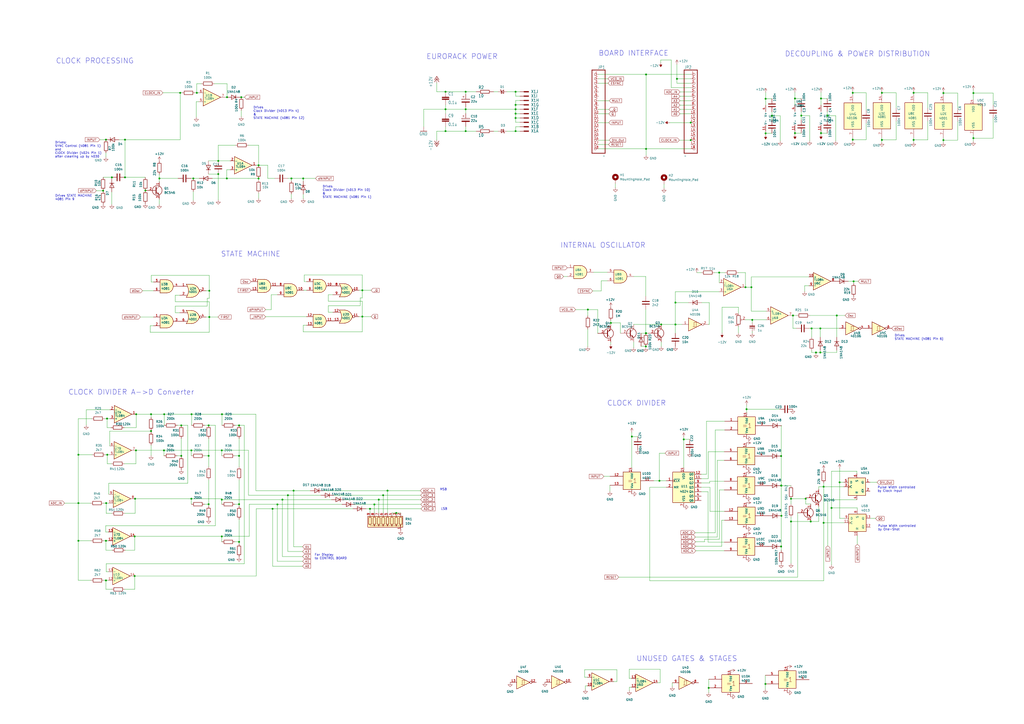
<source format=kicad_sch>
(kicad_sch (version 20230121) (generator eeschema)
  (paper "A2")
  (title_block (title "m0xpd EUCLID+ Main Board") (date "2024-03-26") (rev "2.0") (comment 1 "Published under CC BY-SQ 4.0 License") (comment 2 "See: https://github.com/m0xpd/EUCLIDplus"))
  (junction (at 210.185 183.642))
  (junction (at 59.817 110.617))
  (junction (at 175.895 103.505))
  (junction (at 61.468 313.69))
  (junction (at 72.517 81.026))
  (junction (at 470.789 190.5))
  (junction (at 95.25 240.284))
  (junction (at 400.685 71.12))
  (junction (at 128.651 311.15))
  (junction (at 464.82 67.056))
  (junction (at 214.63 295.148))
  (junction (at 299.085 76.073))
  (junction (at 62.23 263.779))
  (junction (at 224.79 284.607))
  (junction (at 72.517 102.87))
  (junction (at 392.684 45.72))
  (junction (at 435.864 166.624))
  (junction (at 477.774 303.276))
  (junction (at 121.412 168.656))
  (junction (at 396.621 254.889))
  (junction (at 453.136 264.541))
  (junction (at 138.684 314.325))
  (junction (at 45.466 263.779))
  (junction (at 126.619 100.965))
  (junction (at 382.524 278.892))
  (junction (at 366.522 253.238))
  (junction (at 167.005 287.274))
  (junction (at 529.971 53.848))
  (junction (at 374.777 43.18))
  (junction (at 95.123 261.239))
  (junction (at 475.869 190.5))
  (junction (at 547.243 81.28))
  (junction (at 433.07 237.363))
  (junction (at 160.909 292.608))
  (junction (at 374.777 193.294))
  (junction (at 258.445 53.213))
  (junction (at 374.65 193.294))
  (junction (at 78.994 240.284))
  (junction (at 138.684 292.481))
  (junction (at 104.521 53.848))
  (junction (at 485.394 183.007))
  (junction (at 564.642 80.137))
  (junction (at 78.867 261.239))
  (junction (at 87.63 250.063))
  (junction (at 459.994 183.007))
  (junction (at 547.243 53.975))
  (junction (at 121.031 264.414))
  (junction (at 62.103 242.824))
  (junction (at 383.54 188.214))
  (junction (at 149.987 103.505))
  (junction (at 121.412 183.896))
  (junction (at 411.099 399.034))
  (junction (at 128.651 289.814))
  (junction (at 219.71 289.814))
  (junction (at 453.263 299.212))
  (junction (at 511.556 81.153))
  (junction (at 494.665 53.848))
  (junction (at 391.795 188.214))
  (junction (at 110.998 289.306))
  (junction (at 447.802 67.183))
  (junction (at 170.307 284.607))
  (junction (at 105.156 264.414))
  (junction (at 470.281 302.514))
  (junction (at 87.63 240.284))
  (junction (at 400.685 81.28))
  (junction (at 340.995 179.578))
  (junction (at 374.777 86.36))
  (junction (at 112.141 103.505))
  (junction (at 258.445 63.373))
  (junction (at 432.435 166.624))
  (junction (at 114.173 53.848))
  (junction (at 299.085 53.213))
  (junction (at 138.684 246.761))
  (junction (at 61.468 81.026))
  (junction (at 391.795 175.514))
  (junction (at 92.456 103.505))
  (junction (at 126.619 93.345))
  (junction (at 270.129 76.073))
  (junction (at 139.954 56.388))
  (junction (at 444.119 57.277))
  (junction (at 270.129 53.213))
  (junction (at 494.665 81.026))
  (junction (at 222.25 287.274))
  (junction (at 121.031 246.761))
  (junction (at 299.085 65.913))
  (junction (at 149.987 95.885))
  (junction (at 564.642 53.975))
  (junction (at 128.778 240.284))
  (junction (at 111.125 240.284))
  (junction (at 45.466 291.846))
  (junction (at 169.037 103.505))
  (junction (at 354.33 187.325))
  (junction (at 479.933 67.056))
  (junction (at 270.129 63.373))
  (junction (at 138.684 264.414))
  (junction (at 443.992 396.748))
  (junction (at 163.83 289.814))
  (junction (at 131.572 103.505))
  (junction (at 453.136 316.992))
  (junction (at 453.263 281.686))
  (junction (at 476.25 77.216))
  (junction (at 210.185 168.402))
  (junction (at 299.085 68.453))
  (junction (at 487.045 279.781))
  (junction (at 78.105 311.15))
  (junction (at 61.595 291.846))
  (junction (at 128.651 261.239))
  (junction (at 444.119 77.343))
  (junction (at 158.115 295.148))
  (junction (at 461.137 57.15))
  (junction (at 495.173 163.195))
  (junction (at 229.87 297.561))
  (junction (at 84.328 110.49))
  (junction (at 61.468 336.677))
  (junction (at 110.998 261.239))
  (junction (at 477.774 282.321))
  (junction (at 458.851 302.514))
  (junction (at 217.17 292.608))
  (junction (at 258.445 76.073))
  (junction (at 476.25 57.15))
  (junction (at 475.869 204.47))
  (junction (at 78.105 334.137))
  (junction (at 78.359 289.306))
  (junction (at 131.699 56.388))
  (junction (at 482.346 294.64))
  (junction (at 299.085 60.833))
  (junction (at 374.65 200.914))
  (junction (at 64.897 102.87))
  (junction (at 473.329 204.47))
  (junction (at 417.195 158.115))
  (junction (at 299.085 63.373))
  (junction (at 461.137 77.216))
  (junction (at 529.971 81.153))
  (junction (at 45.466 313.69))
  (junction (at 453.136 281.686))
  (junction (at 105.156 246.761))
  (junction (at 121.031 292.481))
  (junction (at 467.36 289.306))
  (junction (at 511.556 53.848))
  (junction (at 436.372 185.547))
  (junction (at 458.851 289.306))
  (wire (pts (xy 467.36 289.306) (xy 467.36 288.798)))
  (wire (pts (xy 432.435 158.115) (xy 428.244 158.115)))
  (wire (pts (xy 128.651 311.15) (xy 144.653 311.15)))
  (wire (pts (xy 95.123 261.239) (xy 110.998 261.239)))
  (wire (pts (xy 382.905 396.113) (xy 382.905 388.239)))
  (wire (pts (xy 394.1064 81.28) (xy 400.685 81.28)))
  (wire (pts (xy 167.005 287.274) (xy 167.005 319.913)))
  (wire (pts (xy 418.846 178.181) (xy 418.846 193.167)))
  (wire (pts (xy 227.33 297.561) (xy 229.87 297.561)))
  (wire (pts (xy 128.778 240.284) (xy 128.778 246.761)))
  (wire (pts (xy 374.65 193.294) (xy 374.777 193.294)))
  (wire (pts (xy 64.516 268.986) (xy 62.23 268.986)))
  (wire (pts (xy 350.266 276.352) (xy 353.822 276.352)))
  (wire (pts (xy 374.777 43.18) (xy 400.685 43.18)))
  (wire (pts (xy 475.869 190.5) (xy 475.869 195.58)))
  (wire (pts (xy 443.992 396.748) (xy 443.992 399.796)))
  (wire (pts (xy 116.713 48.514) (xy 114.173 48.514)))
  (wire (pts (xy 467.36 292.354) (xy 467.36 289.306)))
  (wire (pts (xy 148.59 295.148) (xy 158.115 295.148)))
  (wire (pts (xy 394.462 58.42) (xy 400.685 58.42)))
  (wire (pts (xy 104.521 53.848) (xy 104.521 81.026)))
  (wire (pts (xy 497.332 295.656) (xy 497.332 294.64)))
  (wire (pts (xy 464.82 67.056) (xy 464.82 69.596)))
  (wire (pts (xy 418.719 316.865) (xy 418.719 301.752)))
  (wire (pts (xy 480.187 289.941) (xy 497.078 289.941)))
  (wire (pts (xy 482.346 294.64) (xy 482.346 327.66)))
  (wire (pts (xy 461.137 57.15) (xy 461.137 60.96)))
  (wire (pts (xy 519.811 81.153) (xy 519.811 70.358)))
  (wire (pts (xy 45.466 263.779) (xy 53.467 263.779)))
  (wire (pts (xy 114.173 48.514) (xy 114.173 53.848)))
  (wire (pts (xy 487.045 271.78) (xy 487.045 279.781)))
  (wire (pts (xy 175.514 325.628) (xy 160.909 325.628)))
  (wire (pts (xy 382.524 262.89) (xy 385.826 262.89)))
  (wire (pts (xy 414.401 158.115) (xy 417.195 158.115)))
  (wire (pts (xy 406.781 285.242) (xy 410.718 285.242)))
  (wire (pts (xy 564.642 53.975) (xy 564.642 57.785)))
  (wire (pts (xy 176.149 168.402) (xy 177.8 168.402)))
  (wire (pts (xy 128.651 311.15) (xy 128.651 314.325)))
  (wire (pts (xy 78.994 248.031) (xy 72.009 248.031)))
  (wire (pts (xy 411.099 399.034) (xy 411.099 401.701)))
  (wire (pts (xy 383.54 188.214) (xy 391.795 188.214)))
  (wire (pts (xy 64.897 102.87) (xy 59.817 102.87)))
  (wire (pts (xy 301.625 60.833) (xy 299.085 60.833)))
  (wire (pts (xy 576.072 80.137) (xy 576.072 68.58)))
  (wire (pts (xy 294.005 76.073) (xy 299.085 76.073)))
  (wire (pts (xy 494.665 81.026) (xy 494.665 81.915)))
  (wire (pts (xy 212.344 295.148) (xy 214.63 295.148)))
  (wire (pts (xy 63.754 237.744) (xy 50.038 237.744)))
  (wire (pts (xy 78.105 334.137) (xy 78.105 341.884)))
  (wire (pts (xy 347.218 81.28) (xy 353.3648 81.28)))
  (wire (pts (xy 547.243 53.34) (xy 547.243 53.975)))
  (wire (pts (xy 155.321 103.505) (xy 159.385 103.505)))
  (wire (pts (xy 485.394 183.007) (xy 485.394 195.58)))
  (wire (pts (xy 141.732 246.761) (xy 141.732 327.025)))
  (wire (pts (xy 299.085 63.373) (xy 299.085 65.913)))
  (wire (pts (xy 435.864 160.655) (xy 435.864 166.624)))
  (wire (pts (xy 229.87 297.561) (xy 232.41 297.561)))
  (wire (pts (xy 476.25 77.216) (xy 479.933 77.216)))
  (wire (pts (xy 163.83 289.814) (xy 192.278 289.814)))
  (wire (pts (xy 470.281 292.354) (xy 467.36 292.354)))
  (wire (pts (xy 149.987 95.885) (xy 155.321 95.885)))
  (wire (pts (xy 187.579 284.607) (xy 224.79 284.607)))
  (wire (pts (xy 538.226 53.848) (xy 529.971 53.848)))
  (wire (pts (xy 121.412 183.896) (xy 126.492 183.896)))
  (wire (pts (xy 148.463 240.284) (xy 148.463 284.607)))
  (wire (pts (xy 364.998 388.239) (xy 364.998 393.573)))
  (wire (pts (xy 470.789 190.5) (xy 470.789 195.58)))
  (wire (pts (xy 410.845 188.214) (xy 411.48 188.214)))
  (wire (pts (xy 396.621 253.619) (xy 396.621 254.889)))
  (wire (pts (xy 547.243 81.28) (xy 547.243 82.55)))
  (wire (pts (xy 476.25 77.216) (xy 476.25 78.105)))
  (wire (pts (xy 258.445 63.373) (xy 258.445 65.913)))
  (wire (pts (xy 124.968 246.761) (xy 124.968 304.927)))
  (wire (pts (xy 403.225 308.991) (xy 414.909 308.991)))
  (wire (pts (xy 87.63 249.682) (xy 87.63 250.063)))
  (wire (pts (xy 45.466 313.69) (xy 52.705 313.69)))
  (wire (pts (xy 461.899 190.5) (xy 459.994 190.5)))
  (wire (pts (xy 210.185 172.847) (xy 210.185 168.402)))
  (wire (pts (xy 459.994 183.007) (xy 459.994 190.5)))
  (wire (pts (xy 476.25 57.15) (xy 479.933 57.15)))
  (wire (pts (xy 64.77 341.884) (xy 61.468 341.884)))
  (wire (pts (xy 359.918 193.294) (xy 359.918 187.325)))
  (wire (pts (xy 447.802 64.897) (xy 447.802 67.183)))
  (wire (pts (xy 410.845 262.001) (xy 420.116 262.001)))
  (wire (pts (xy 169.037 103.505) (xy 175.895 103.505)))
  (wire (pts (xy 110.998 289.306) (xy 110.998 292.481)))
  (wire (pts (xy 519.811 62.738) (xy 519.811 53.848)))
  (wire (pts (xy 110.998 289.306) (xy 128.651 289.306)))
  (wire (pts (xy 476.25 53.594) (xy 476.25 57.15)))
  (wire (pts (xy 406.781 282.702) (xy 411.861 282.702)))
  (wire (pts (xy 131.572 98.425) (xy 131.572 103.505)))
  (wire (pts (xy 400.685 71.12) (xy 400.7104 71.12)))
  (wire (pts (xy 374.65 200.914) (xy 374.65 201.549)))
  (wire (pts (xy 253.365 53.213) (xy 253.365 48.133)))
  (wire (pts (xy 461.137 76.2) (xy 461.137 77.216)))
  (wire (pts (xy 78.105 319.151) (xy 72.644 319.151)))
  (wire (pts (xy 78.105 311.15) (xy 128.651 311.15)))
  (wire (pts (xy 78.105 341.884) (xy 72.39 341.884)))
  (wire (pts (xy 347.218 86.36) (xy 374.777 86.36)))
  (wire (pts (xy 149.987 103.505) (xy 149.987 104.394)))
  (wire (pts (xy 371.856 200.914) (xy 374.65 200.914)))
  (wire (pts (xy 477.774 280.162) (xy 477.774 282.321)))
  (wire (pts (xy 391.795 188.214) (xy 391.795 193.294)))
  (wire (pts (xy 144.653 311.15) (xy 144.653 292.481)))
  (wire (pts (xy 208.28 183.642) (xy 210.185 183.642)))
  (wire (pts (xy 270.129 63.373) (xy 299.085 63.373)))
  (wire (pts (xy 428.371 189.357) (xy 428.371 193.167)))
  (wire (pts (xy 120.904 100.965) (xy 126.619 100.965)))
  (wire (pts (xy 258.445 63.373) (xy 270.129 63.373)))
  (wire (pts (xy 462.661 297.434) (xy 462.661 334.772)))
  (wire (pts (xy 464.82 64.77) (xy 464.82 67.056)))
  (wire (pts (xy 410.845 277.622) (xy 410.845 262.001)))
  (wire (pts (xy 416.052 311.531) (xy 416.052 267.081)))
  (wire (pts (xy 175.895 112.649) (xy 175.895 115.189)))
  (wire (pts (xy 157.353 179.578) (xy 157.353 170.942)))
  (wire (pts (xy 45.466 291.846) (xy 52.451 291.846)))
  (wire (pts (xy 444.119 77.343) (xy 447.802 77.343)))
  (wire (pts (xy 84.328 110.49) (xy 84.836 110.49)))
  (wire (pts (xy 511.556 53.213) (xy 511.556 53.848)))
  (wire (pts (xy 382.524 278.892) (xy 386.461 278.892)))
  (wire (pts (xy 474.98 282.321) (xy 477.774 282.321)))
  (wire (pts (xy 170.307 284.607) (xy 170.307 317.119)))
  (wire (pts (xy 120.904 93.345) (xy 126.619 93.345)))
  (wire (pts (xy 475.869 190.5) (xy 486.791 190.5)))
  (wire (pts (xy 403.352 311.531) (xy 416.052 311.531)))
  (wire (pts (xy 133.477 98.425) (xy 131.572 98.425)))
  (wire (pts (xy 102.87 246.761) (xy 105.156 246.761)))
  (wire (pts (xy 128.651 261.239) (xy 144.145 261.239)))
  (wire (pts (xy 144.145 287.274) (xy 167.005 287.274)))
  (wire (pts (xy 136.271 264.414) (xy 138.684 264.414)))
  (wire (pts (xy 45.466 291.846) (xy 45.466 263.779)))
  (wire (pts (xy 394.462 60.96) (xy 400.685 60.96)))
  (wire (pts (xy 61.468 336.677) (xy 62.865 336.677)))
  (wire (pts (xy 138.684 246.761) (xy 141.732 246.761)))
  (wire (pts (xy 138.684 301.244) (xy 138.684 314.325)))
  (wire (pts (xy 497.078 273.304) (xy 482.346 273.304)))
  (wire (pts (xy 444.119 57.277) (xy 447.802 57.277)))
  (wire (pts (xy 443.992 391.668) (xy 443.992 396.748)))
  (wire (pts (xy 502.412 71.501) (xy 502.412 81.026)))
  (wire (pts (xy 78.359 289.306) (xy 110.998 289.306)))
  (wire (pts (xy 435.864 180.467) (xy 444.5 180.467)))
  (wire (pts (xy 95.25 240.284) (xy 111.125 240.284)))
  (wire (pts (xy 210.185 159.512) (xy 210.185 168.402)))
  (wire (pts (xy 400.685 50.8) (xy 389.382 50.8)))
  (wire (pts (xy 396.621 254.889) (xy 400.05 254.889)))
  (wire (pts (xy 469.773 183.007) (xy 485.394 183.007)))
  (wire (pts (xy 157.353 170.942) (xy 160.909 170.942)))
  (wire (pts (xy 301.625 55.753) (xy 299.085 55.753)))
  (wire (pts (xy 52.705 336.677) (xy 45.466 336.677)))
  (wire (pts (xy 489.712 300.736) (xy 487.045 300.736)))
  (wire (pts (xy 110.998 261.239) (xy 110.998 264.414)))
  (wire (pts (xy 382.524 278.892) (xy 382.524 262.89)))
  (wire (pts (xy 392.684 48.26) (xy 392.684 45.72)))
  (wire (pts (xy 138.684 278.384) (xy 138.684 292.481)))
  (wire (pts (xy 367.538 198.374) (xy 367.538 201.549)))
  (wire (pts (xy 301.625 65.913) (xy 299.085 65.913)))
  (wire (pts (xy 92.456 115.57) (xy 92.456 118.491)))
  (wire (pts (xy 389.382 50.8) (xy 389.382 34.798)))
  (wire (pts (xy 214.63 295.148) (xy 214.63 297.561)))
  (wire (pts (xy 474.98 302.514) (xy 474.98 293.878)))
  (wire (pts (xy 453.263 281.686) (xy 458.851 281.686)))
  (wire (pts (xy 453.136 246.888) (xy 453.39 246.888)))
  (wire (pts (xy 175.895 192.532) (xy 210.185 192.532)))
  (wire (pts (xy 121.031 264.414) (xy 121.031 270.764)))
  (wire (pts (xy 391.795 175.514) (xy 399.415 175.514)))
  (wire (pts (xy 390.017 396.113) (xy 390.017 398.145)))
  (wire (pts (xy 364.998 393.573) (xy 366.268 393.573)))
  (wire (pts (xy 453.136 264.541) (xy 453.136 281.686)))
  (wire (pts (xy 158.115 295.148) (xy 204.724 295.148)))
  (wire (pts (xy 511.556 81.153) (xy 511.556 82.423)))
  (wire (pts (xy 111.125 240.284) (xy 111.125 246.761)))
  (wire (pts (xy 374.777 193.294) (xy 374.777 193.167)))
  (wire (pts (xy 469.265 165.735) (xy 466.725 165.735)))
  (wire (pts (xy 62.23 268.986) (xy 62.23 263.779)))
  (wire (pts (xy 376.936 282.702) (xy 386.461 282.702)))
  (wire (pts (xy 391.795 169.164) (xy 391.795 175.514)))
  (wire (pts (xy 466.725 165.735) (xy 466.725 169.037)))
  (wire (pts (xy 224.79 284.607) (xy 224.79 297.561)))
  (wire (pts (xy 417.322 312.801) (xy 417.322 284.226)))
  (wire (pts (xy 175.895 103.505) (xy 175.895 105.029)))
  (wire (pts (xy 160.909 292.481) (xy 160.909 292.608)))
  (wire (pts (xy 169.037 103.505) (xy 169.037 104.902)))
  (wire (pts (xy 258.445 53.213) (xy 270.129 53.213)))
  (wire (pts (xy 400.685 81.28) (xy 400.7104 81.28)))
  (wire (pts (xy 355.981 395.351) (xy 357.886 395.351)))
  (wire (pts (xy 270.129 73.406) (xy 270.129 76.073)))
  (wire (pts (xy 482.346 294.64) (xy 497.332 294.64)))
  (wire (pts (xy 87.122 192.786) (xy 121.412 192.786)))
  (wire (pts (xy 190.5 177.292) (xy 190.5 181.102)))
  (wire (pts (xy 270.129 62.23) (xy 270.129 63.373)))
  (wire (pts (xy 340.995 190.881) (xy 340.995 201.041)))
  (wire (pts (xy 270.129 53.213) (xy 270.129 54.61)))
  (wire (pts (xy 367.538 188.214) (xy 383.54 188.214)))
  (wire (pts (xy 511.556 53.848) (xy 511.556 54.483)))
  (wire (pts (xy 477.774 282.321) (xy 489.458 282.321)))
  (wire (pts (xy 492.125 163.195) (xy 495.173 163.195)))
  (wire (pts (xy 101.727 171.196) (xy 101.727 175.006)))
  (wire (pts (xy 155.321 95.885) (xy 155.321 103.505)))
  (wire (pts (xy 504.952 300.736) (xy 507.873 300.736)))
  (wire (pts (xy 61.468 313.69) (xy 62.865 313.69)))
  (wire (pts (xy 149.987 112.014) (xy 149.987 115.062)))
  (wire (pts (xy 511.556 81.153) (xy 519.811 81.153)))
  (wire (pts (xy 352.298 162.941) (xy 348.742 162.941)))
  (wire (pts (xy 444.119 77.343) (xy 444.119 78.232)))
  (wire (pts (xy 391.795 188.214) (xy 395.605 188.214)))
  (wire (pts (xy 547.243 53.975) (xy 547.243 54.61)))
  (wire (pts (xy 61.468 88.646) (xy 61.468 91.059)))
  (wire (pts (xy 502.412 53.848) (xy 494.665 53.848)))
  (wire (pts (xy 81.407 183.896) (xy 89.027 183.896)))
  (wire (pts (xy 494.665 80.01) (xy 494.665 81.026)))
  (wire (pts (xy 406.781 280.162) (xy 411.734 280.162)))
  (wire (pts (xy 347.218 58.42) (xy 353.4156 58.42)))
  (wire (pts (xy 299.085 55.753) (xy 299.085 53.213)))
  (wire (pts (xy 154.051 183.642) (xy 154.051 183.769)))
  (wire (pts (xy 447.802 67.183) (xy 447.802 69.723)))
  (wire (pts (xy 208.28 168.402) (xy 210.185 168.402)))
  (wire (pts (xy 138.684 292.481) (xy 138.684 293.624)))
  (wire (pts (xy 403.479 314.325) (xy 408.686 314.325)))
  (wire (pts (xy 61.341 304.927) (xy 61.341 308.61)))
  (wire (pts (xy 92.456 103.505) (xy 92.456 105.41)))
  (wire (pts (xy 374.777 86.36) (xy 400.685 86.36)))
  (wire (pts (xy 69.088 81.026) (xy 72.517 81.026)))
  (wire (pts (xy 433.07 237.363) (xy 433.07 239.268)))
  (wire (pts (xy 175.895 103.505) (xy 183.007 103.505)))
  (wire (pts (xy 494.665 52.959) (xy 494.665 53.848)))
  (wire (pts (xy 78.359 289.306) (xy 78.359 297.815)))
  (wire (pts (xy 61.468 341.884) (xy 61.468 336.677)))
  (wire (pts (xy 433.07 234.95) (xy 433.07 237.363)))
  (wire (pts (xy 118.618 264.414) (xy 121.031 264.414)))
  (wire (pts (xy 458.851 299.974) (xy 458.851 302.514)))
  (wire (pts (xy 64.389 248.031) (xy 62.103 248.031)))
  (wire (pts (xy 475.869 203.2) (xy 475.869 204.47)))
  (wire (pts (xy 459.74 183.007) (xy 459.994 183.007)))
  (wire (pts (xy 149.987 84.201) (xy 144.145 84.201)))
  (wire (pts (xy 382.905 388.239) (xy 364.998 388.239)))
  (wire (pts (xy 529.971 81.153) (xy 529.971 82.423)))
  (wire (pts (xy 167.005 287.274) (xy 186.055 287.274)))
  (wire (pts (xy 479.933 67.056) (xy 484.759 67.056)))
  (wire (pts (xy 50.038 237.744) (xy 50.038 246.507)))
  (wire (pts (xy 347.218 45.72) (xy 352.679 45.72)))
  (wire (pts (xy 112.141 103.505) (xy 115.57 103.505)))
  (wire (pts (xy 339.09 392.811) (xy 340.741 392.811)))
  (wire (pts (xy 376.936 282.702) (xy 376.936 336.931)))
  (wire (pts (xy 61.595 297.815) (xy 61.595 291.846)))
  (wire (pts (xy 538.226 81.153) (xy 538.226 70.358)))
  (wire (pts (xy 346.71 193.421) (xy 346.71 179.578)))
  (wire (pts (xy 564.642 52.197) (xy 564.642 53.975)))
  (wire (pts (xy 502.412 63.881) (xy 502.412 53.848)))
  (wire (pts (xy 470.281 302.514) (xy 474.98 302.514)))
  (wire (pts (xy 447.802 67.183) (xy 452.628 67.183)))
  (wire (pts (xy 121.031 254.381) (xy 121.031 264.414)))
  (wire (pts (xy 356.997 106.553) (xy 356.997 108.839)))
  (wire (pts (xy 354.33 198.501) (xy 354.33 199.771)))
  (wire (pts (xy 576.072 53.975) (xy 564.642 53.975)))
  (wire (pts (xy 469.646 67.056) (xy 469.646 81.661)))
  (wire (pts (xy 160.909 292.608) (xy 198.374 292.608)))
  (wire (pts (xy 452.628 67.183) (xy 452.628 81.788)))
  (wire (pts (xy 124.968 304.927) (xy 61.341 304.927)))
  (wire (pts (xy 357.886 388.493) (xy 339.09 388.493)))
  (wire (pts (xy 136.271 292.481) (xy 138.684 292.481)))
  (wire (pts (xy 136.525 84.201) (xy 126.619 84.201)))
  (wire (pts (xy 118.745 246.761) (xy 121.031 246.761)))
  (wire (pts (xy 433.07 237.363) (xy 452.247 237.363)))
  (wire (pts (xy 118.618 292.481) (xy 121.031 292.481)))
  (wire (pts (xy 394.462 66.04) (xy 400.685 66.04)))
  (wire (pts (xy 410.718 285.242) (xy 410.718 314.452)))
  (wire (pts (xy 374.777 86.36) (xy 374.777 90.043)))
  (wire (pts (xy 435.864 166.624) (xy 435.864 180.467)))
  (wire (pts (xy 477.774 303.276) (xy 477.774 282.321)))
  (wire (pts (xy 64.897 111.379) (xy 64.897 118.491)))
  (wire (pts (xy 464.82 67.056) (xy 469.646 67.056)))
  (wire (pts (xy 121.412 175.006) (xy 121.412 183.896)))
  (wire (pts (xy 411.861 296.672) (xy 420.243 296.672)))
  (wire (pts (xy 177.8 188.722) (xy 175.895 188.722)))
  (wire (pts (xy 158.115 295.148) (xy 158.115 328.422)))
  (wire (pts (xy 301.625 68.453) (xy 299.085 68.453)))
  (wire (pts (xy 175.514 317.119) (xy 170.307 317.119)))
  (wire (pts (xy 344.297 157.861) (xy 352.298 157.861)))
  (wire (pts (xy 128.778 240.284) (xy 148.463 240.284)))
  (wire (pts (xy 458.851 302.514) (xy 470.281 302.514)))
  (wire (pts (xy 411.734 280.162) (xy 411.734 279.146)))
  (wire (pts (xy 208.915 172.847) (xy 210.185 172.847)))
  (wire (pts (xy 366.522 253.238) (xy 366.522 271.272)))
  (wire (pts (xy 110.871 103.505) (xy 112.141 103.505)))
  (wire (pts (xy 299.085 60.833) (xy 299.085 63.373)))
  (wire (pts (xy 131.699 48.514) (xy 124.333 48.514)))
  (wire (pts (xy 477.774 303.276) (xy 489.712 303.276)))
  (wire (pts (xy 453.136 299.212) (xy 453.136 316.992)))
  (wire (pts (xy 374.65 171.831) (xy 374.65 160.401)))
  (wire (pts (xy 461.137 53.594) (xy 461.137 57.15)))
  (wire (pts (xy 385.191 106.807) (xy 385.191 109.093)))
  (wire (pts (xy 128.651 289.814) (xy 128.651 292.481)))
  (wire (pts (xy 453.263 299.212) (xy 453.263 281.686)))
  (wire (pts (xy 339.598 397.891) (xy 340.741 397.891)))
  (wire (pts (xy 45.466 336.677) (xy 45.466 313.69)))
  (wire (pts (xy 78.867 268.986) (xy 72.136 268.986)))
  (wire (pts (xy 564.642 80.137) (xy 576.072 80.137)))
  (wire (pts (xy 222.25 287.274) (xy 243.967 287.274)))
  (wire (pts (xy 120.142 173.101) (xy 121.412 173.101)))
  (wire (pts (xy 101.727 177.546) (xy 101.727 181.356)))
  (wire (pts (xy 358.902 334.772) (xy 462.661 334.772)))
  (wire (pts (xy 374.777 193.294) (xy 375.92 193.294)))
  (wire (pts (xy 120.142 177.546) (xy 120.142 173.101)))
  (wire (pts (xy 193.04 170.942) (xy 190.5 170.942)))
  (wire (pts (xy 473.329 204.47) (xy 470.789 204.47)))
  (wire (pts (xy 141.732 327.025) (xy 61.595 327.025)))
  (wire (pts (xy 294.005 53.213) (xy 299.085 53.213)))
  (wire (pts (xy 366.522 250.825) (xy 366.522 253.238)))
  (wire (pts (xy 138.684 264.414) (xy 138.684 270.764)))
  (wire (pts (xy 57.912 81.026) (xy 61.468 81.026)))
  (wire (pts (xy 205.994 292.608) (xy 217.17 292.608)))
  (wire (pts (xy 340.995 179.578) (xy 340.995 183.261)))
  (wire (pts (xy 101.727 175.006) (xy 121.412 175.006)))
  (wire (pts (xy 121.412 183.896) (xy 121.412 192.786)))
  (wire (pts (xy 404.241 158.115) (xy 406.781 158.115)))
  (wire (pts (xy 391.795 169.164) (xy 417.195 169.164)))
  (wire (pts (xy 476.25 57.15) (xy 476.25 60.96)))
  (wire (pts (xy 519.811 53.848) (xy 511.556 53.848)))
  (wire (pts (xy 529.971 53.213) (xy 529.971 53.848)))
  (wire (pts (xy 391.795 175.514) (xy 391.795 188.214)))
  (wire (pts (xy 114.173 53.848) (xy 115.316 53.848)))
  (wire (pts (xy 469.265 160.655) (xy 435.864 160.655)))
  (wire (pts (xy 87.63 250.063) (xy 87.63 250.571)))
  (wire (pts (xy 78.105 311.15) (xy 78.105 319.151)))
  (wire (pts (xy 347.218 71.12) (xy 353.1616 71.12)))
  (wire (pts (xy 102.743 264.414) (xy 105.156 264.414)))
  (wire (pts (xy 374.65 179.451) (xy 374.65 193.294)))
  (wire (pts (xy 428.371 178.181) (xy 418.846 178.181)))
  (wire (pts (xy 495.173 163.195) (xy 495.173 164.338)))
  (wire (pts (xy 417.195 158.115) (xy 420.624 158.115)))
  (wire (pts (xy 148.717 95.885) (xy 149.987 95.885)))
  (wire (pts (xy 270.129 76.073) (xy 276.225 76.073)))
  (wire (pts (xy 394.462 63.5) (xy 400.685 63.5)))
  (wire (pts (xy 354.33 187.325) (xy 354.33 188.341)))
  (wire (pts (xy 299.085 70.993) (xy 301.625 70.993)))
  (wire (pts (xy 169.037 112.522) (xy 169.037 115.189)))
  (wire (pts (xy 131.699 56.388) (xy 131.699 48.514)))
  (wire (pts (xy 366.522 253.238) (xy 369.951 253.238)))
  (wire (pts (xy 436.372 185.547) (xy 436.372 187.198)))
  (wire (pts (xy 176.53 159.512) (xy 176.53 163.322)))
  (wire (pts (xy 105.156 254.381) (xy 105.156 264.414)))
  (wire (pts (xy 504.698 279.781) (xy 508.762 279.781)))
  (wire (pts (xy 175.895 188.722) (xy 175.895 192.532)))
  (wire (pts (xy 497.332 310.896) (xy 497.332 315.722)))
  (wire (pts (xy 353.822 281.432) (xy 353.822 284.988)))
  (wire (pts (xy 555.498 53.975) (xy 547.243 53.975)))
  (wire (pts (xy 436.372 185.547) (xy 444.5 185.547)))
  (wire (pts (xy 459.994 183.007) (xy 462.153 183.007)))
  (wire (pts (xy 104.267 181.356) (xy 101.727 181.356)))
  (wire (pts (xy 61.595 331.597) (xy 62.865 331.597)))
  (wire (pts (xy 301.625 53.213) (xy 299.085 53.213)))
  (wire (pts (xy 144.145 261.239) (xy 144.145 287.274)))
  (wire (pts (xy 87.757 159.766) (xy 121.412 159.766)))
  (wire (pts (xy 444.119 76.327) (xy 444.119 77.343)))
  (wire (pts (xy 105.156 264.414) (xy 105.156 264.795)))
  (wire (pts (xy 476.25 76.2) (xy 476.25 77.216)))
  (wire (pts (xy 95.123 261.239) (xy 95.123 264.414)))
  (wire (pts (xy 65.024 319.151) (xy 61.468 319.151)))
  (wire (pts (xy 214.63 295.148) (xy 244.221 295.148)))
  (wire (pts (xy 245.745 63.373) (xy 245.745 73.533)))
  (wire (pts (xy 104.267 171.196) (xy 101.727 171.196)))
  (wire (pts (xy 365.125 400.558) (xy 365.125 398.653)))
  (wire (pts (xy 199.898 289.814) (xy 219.71 289.814)))
  (wire (pts (xy 60.071 291.846) (xy 61.595 291.846)))
  (wire (pts (xy 406.781 277.622) (xy 410.845 277.622)))
  (wire (pts (xy 121.412 173.101) (xy 121.412 168.656)))
  (wire (pts (xy 219.71 289.814) (xy 219.71 297.561)))
  (wire (pts (xy 564.642 78.105) (xy 564.642 80.137)))
  (wire (pts (xy 60.325 313.69) (xy 61.468 313.69)))
  (wire (pts (xy 45.466 313.69) (xy 45.466 291.846)))
  (wire (pts (xy 87.63 258.191) (xy 87.63 264.16)))
  (wire (pts (xy 416.052 267.081) (xy 420.116 267.081)))
  (wire (pts (xy 126.619 100.965) (xy 126.619 115.951)))
  (wire (pts (xy 110.998 261.239) (xy 128.651 261.239)))
  (wire (pts (xy 383.286 34.798) (xy 383.286 36.322)))
  (wire (pts (xy 45.466 263.779) (xy 45.466 242.824)))
  (wire (pts (xy 121.031 278.384) (xy 121.031 292.481)))
  (wire (pts (xy 104.521 81.026) (xy 72.517 81.026)))
  (wire (pts (xy 453.136 299.212) (xy 453.263 299.212)))
  (wire (pts (xy 270.129 63.373) (xy 270.129 65.786)))
  (wire (pts (xy 61.341 308.61) (xy 62.865 308.61)))
  (wire (pts (xy 340.995 179.578) (xy 346.71 179.578)))
  (wire (pts (xy 59.817 110.617) (xy 55.88 110.617)))
  (wire (pts (xy 190.5 170.942) (xy 190.5 174.752)))
  (wire (pts (xy 121.412 159.766) (xy 121.412 168.656)))
  (wire (pts (xy 414.909 308.991) (xy 414.909 249.428)))
  (wire (pts (xy 410.718 314.452) (xy 420.116 314.452)))
  (wire (pts (xy 258.445 63.373) (xy 245.745 63.373)))
  (wire (pts (xy 392.684 45.72) (xy 392.684 37.338)))
  (wire (pts (xy 177.8 163.322) (xy 176.53 163.322)))
  (wire (pts (xy 87.63 250.063) (xy 63.627 250.063)))
  (wire (pts (xy 63.119 280.289) (xy 63.119 286.766)))
  (wire (pts (xy 144.653 292.481) (xy 160.909 292.481)))
  (wire (pts (xy 61.595 291.846) (xy 63.119 291.846)))
  (wire (pts (xy 119.507 168.656) (xy 121.412 168.656)))
  (wire (pts (xy 95.25 240.284) (xy 95.25 246.761)))
  (wire (pts (xy 121.031 246.761) (xy 124.968 246.761)))
  (wire (pts (xy 411.48 175.514) (xy 411.48 188.214)))
  (wire (pts (xy 61.595 327.025) (xy 61.595 331.597)))
  (wire (pts (xy 138.684 314.325) (xy 138.684 315.468)))
  (wire (pts (xy 473.329 204.47) (xy 473.329 205.105)))
  (wire (pts (xy 193.04 181.102) (xy 190.5 181.102)))
  (wire (pts (xy 64.77 297.815) (xy 61.595 297.815)))
  (wire (pts (xy 82.677 168.656) (xy 89.027 168.656)))
  (wire (pts (xy 409.829 244.348) (xy 409.829 275.082)))
  (wire (pts (xy 224.79 284.607) (xy 243.84 284.607)))
  (wire (pts (xy 555.498 81.28) (xy 555.498 70.485)))
  (wire (pts (xy 406.781 275.082) (xy 409.829 275.082)))
  (wire (pts (xy 479.933 67.056) (xy 479.933 69.596)))
  (wire (pts (xy 359.918 187.325) (xy 354.33 187.325)))
  (wire (pts (xy 482.346 273.304) (xy 482.346 294.64)))
  (wire (pts (xy 485.394 203.2) (xy 485.394 204.47)))
  (wire (pts (xy 495.173 163.195) (xy 497.84 163.195)))
  (wire (pts (xy 111.125 240.284) (xy 128.778 240.284)))
  (wire (pts (xy 388.4676 71.12) (xy 400.685 71.12)))
  (wire (pts (xy 453.136 316.992) (xy 453.136 319.278)))
  (wire (pts (xy 112.141 111.125) (xy 112.141 116.205)))
  (wire (pts (xy 408.686 312.801) (xy 417.322 312.801)))
  (wire (pts (xy 475.869 204.47) (xy 473.329 204.47)))
  (wire (pts (xy 444.119 57.277) (xy 444.119 61.087)))
  (wire (pts (xy 210.185 168.402) (xy 215.265 168.402)))
  (wire (pts (xy 347.218 63.5) (xy 353.2124 63.5)))
  (wire (pts (xy 160.909 292.608) (xy 160.909 325.628)))
  (wire (pts (xy 381.508 396.113) (xy 382.905 396.113)))
  (wire (pts (xy 270.129 53.213) (xy 276.225 53.213)))
  (wire (pts (xy 210.185 174.752) (xy 210.185 183.642)))
  (wire (pts (xy 108.966 246.761) (xy 108.966 280.289)))
  (wire (pts (xy 407.035 175.514) (xy 411.48 175.514)))
  (wire (pts (xy 480.187 289.941) (xy 480.187 316.611)))
  (wire (pts (xy 436.372 192.278) (xy 436.372 193.167)))
  (wire (pts (xy 62.103 242.824) (xy 63.754 242.824)))
  (wire (pts (xy 576.072 60.96) (xy 576.072 53.975)))
  (wire (pts (xy 529.971 81.153) (xy 538.226 81.153)))
  (wire (pts (xy 59.817 110.49) (xy 59.817 110.617)))
  (wire (pts (xy 469.519 190.5) (xy 470.789 190.5)))
  (wire (pts (xy 130.556 56.388) (xy 131.699 56.388)))
  (wire (pts (xy 376.936 336.931) (xy 477.774 336.931)))
  (wire (pts (xy 87.122 188.976) (xy 87.122 192.786)))
  (wire (pts (xy 458.851 302.514) (xy 458.851 326.771)))
  (wire (pts (xy 371.856 193.294) (xy 374.65 193.294)))
  (wire (pts (xy 299.085 58.293) (xy 299.085 60.833)))
  (wire (pts (xy 89.027 188.976) (xy 87.122 188.976)))
  (wire (pts (xy 487.045 279.781) (xy 487.045 300.736)))
  (wire (pts (xy 286.385 53.213) (xy 288.925 53.213)))
  (wire (pts (xy 414.909 249.428) (xy 420.37 249.428)))
  (wire (pts (xy 78.867 261.239) (xy 78.867 268.986)))
  (wire (pts (xy 131.572 103.505) (xy 149.987 103.505)))
  (wire (pts (xy 128.651 289.814) (xy 163.83 289.814)))
  (wire (pts (xy 458.851 289.306) (xy 467.36 289.306)))
  (wire (pts (xy 148.463 284.607) (xy 170.307 284.607)))
  (wire (pts (xy 148.59 334.137) (xy 148.59 295.148)))
  (wire (pts (xy 163.83 289.814) (xy 163.83 322.834)))
  (wire (pts (xy 63.627 250.063) (xy 63.627 258.699)))
  (wire (pts (xy 103.251 103.505) (xy 92.456 103.505)))
  (wire (pts (xy 347.218 66.04) (xy 353.187 66.04)))
  (wire (pts (xy 299.085 68.453) (xy 299.085 70.993)))
  (wire (pts (xy 529.971 53.848) (xy 529.971 54.483)))
  (wire (pts (xy 474.98 283.718) (xy 474.98 282.321)))
  (wire (pts (xy 113.919 58.928) (xy 113.919 67.945)))
  (wire (pts (xy 347.218 43.18) (xy 374.777 43.18)))
  (wire (pts (xy 420.116 319.532) (xy 403.606 319.532)))
  (wire (pts (xy 123.19 103.505) (xy 131.572 103.505)))
  (wire (pts (xy 219.71 289.814) (xy 243.967 289.814)))
  (wire (pts (xy 62.23 263.779) (xy 63.627 263.779)))
  (wire (pts (xy 139.954 64.008) (xy 139.954 67.564)))
  (wire (pts (xy 470.789 204.47) (xy 470.789 203.2)))
  (wire (pts (xy 154.051 179.578) (xy 157.353 179.578)))
  (wire (pts (xy 555.498 62.865) (xy 555.498 53.975)))
  (wire (pts (xy 453.136 264.541) (xy 453.136 246.888)))
  (wire (pts (xy 64.897 102.87) (xy 64.897 103.759)))
  (wire (pts (xy 389.382 34.798) (xy 383.286 34.798)))
  (wire (pts (xy 128.651 261.239) (xy 128.651 264.414)))
  (wire (pts (xy 154.051 183.642) (xy 177.8 183.642)))
  (wire (pts (xy 403.479 316.865) (xy 418.719 316.865)))
  (wire (pts (xy 208.915 177.292) (xy 208.915 172.847)))
  (wire (pts (xy 400.685 48.26) (xy 392.684 48.26)))
  (wire (pts (xy 547.243 81.28) (xy 555.498 81.28)))
  (wire (pts (xy 258.445 60.833) (xy 258.445 63.373)))
  (wire (pts (xy 126.619 84.201) (xy 126.619 93.345)))
  (wire (pts (xy 101.727 177.546) (xy 120.142 177.546)))
  (wire (pts (xy 299.085 73.533) (xy 299.085 76.073)))
  (wire (pts (xy 379.222 278.892) (xy 382.524 278.892)))
  (wire (pts (xy 408.686 314.325) (xy 408.686 312.801)))
  (wire (pts (xy 72.517 81.026) (xy 72.517 102.87)))
  (wire (pts (xy 136.398 246.761) (xy 138.684 246.761)))
  (wire (pts (xy 78.105 334.137) (xy 148.59 334.137)))
  (wire (pts (xy 494.665 53.848) (xy 494.665 54.61)))
  (wire (pts (xy 470.789 190.5) (xy 475.869 190.5)))
  (wire (pts (xy 409.829 244.348) (xy 420.37 244.348)))
  (wire (pts (xy 119.507 183.896) (xy 121.412 183.896)))
  (wire (pts (xy 485.394 204.47) (xy 475.869 204.47)))
  (wire (pts (xy 136.271 314.325) (xy 138.684 314.325)))
  (wire (pts (xy 139.319 56.388) (xy 139.954 56.388)))
  (wire (pts (xy 139.954 56.388) (xy 141.859 56.388)))
  (wire (pts (xy 417.322 284.226) (xy 420.116 284.226)))
  (wire (pts (xy 365.125 398.653) (xy 366.268 398.653)))
  (wire (pts (xy 217.17 292.608) (xy 244.094 292.608)))
  (wire (pts (xy 383.54 198.374) (xy 383.54 200.914)))
  (wire (pts (xy 354.33 185.801) (xy 354.33 187.325)))
  (wire (pts (xy 343.789 168.783) (xy 348.742 168.783)))
  (wire (pts (xy 60.325 336.677) (xy 61.468 336.677)))
  (wire (pts (xy 258.445 76.073) (xy 253.365 76.073)))
  (wire (pts (xy 115.316 58.928) (xy 113.919 58.928)))
  (wire (pts (xy 94.488 53.848) (xy 104.521 53.848)))
  (wire (pts (xy 479.933 64.77) (xy 479.933 67.056)))
  (wire (pts (xy 78.994 240.284) (xy 87.63 240.284)))
  (wire (pts (xy 299.085 65.913) (xy 299.085 68.453)))
  (wire (pts (xy 347.218 48.26) (xy 352.7044 48.26)))
  (wire (pts (xy 432.435 166.624) (xy 432.435 158.115)))
  (wire (pts (xy 72.517 102.87) (xy 84.328 102.87)))
  (wire (pts (xy 87.63 240.284) (xy 87.63 242.062)))
  (wire (pts (xy 497.078 274.701) (xy 497.078 273.304)))
  (wire (pts (xy 461.137 77.216) (xy 461.137 78.105)))
  (wire (pts (xy 193.675 287.274) (xy 222.25 287.274)))
  (wire (pts (xy 222.25 287.274) (xy 222.25 297.561)))
  (wire (pts (xy 564.642 80.137) (xy 564.642 81.915)))
  (wire (pts (xy 392.684 45.72) (xy 400.685 45.72)))
  (wire (pts (xy 347.218 83.82) (xy 352.9584 83.82)))
  (wire (pts (xy 59.817 110.617) (xy 59.817 110.871)))
  (wire (pts (xy 487.045 279.781) (xy 489.458 279.781)))
  (wire (pts (xy 37.465 291.846) (xy 45.466 291.846)))
  (wire (pts (xy 411.099 393.954) (xy 411.099 399.034)))
  (wire (pts (xy 461.137 77.216) (xy 464.82 77.216)))
  (wire (pts (xy 121.031 292.481) (xy 121.031 293.497)))
  (wire (pts (xy 432.435 166.624) (xy 435.864 166.624)))
  (wire (pts (xy 374.65 160.401) (xy 367.538 160.401)))
  (wire (pts (xy 453.136 281.686) (xy 453.263 281.686)))
  (wire (pts (xy 333.883 179.578) (xy 340.995 179.578)))
  (wire (pts (xy 394.462 55.88) (xy 400.685 55.88)))
  (wire (pts (xy 529.971 79.883) (xy 529.971 81.153)))
  (wire (pts (xy 357.886 395.351) (xy 357.886 388.493)))
  (wire (pts (xy 210.185 183.642) (xy 215.265 183.642)))
  (wire (pts (xy 190.5 174.752) (xy 210.185 174.752)))
  (wire (pts (xy 87.757 159.766) (xy 87.757 163.576)))
  (wire (pts (xy 348.742 162.941) (xy 348.742 168.783)))
  (wire (pts (xy 484.759 67.056) (xy 484.759 81.661)))
  (wire (pts (xy 105.156 246.761) (xy 108.966 246.761)))
  (wire (pts (xy 502.412 81.026) (xy 494.665 81.026)))
  (wire (pts (xy 78.867 261.239) (xy 95.123 261.239)))
  (wire (pts (xy 113.157 53.848) (xy 114.173 53.848)))
  (wire (pts (xy 217.17 292.608) (xy 217.17 297.561)))
  (wire (pts (xy 374.777 43.18) (xy 374.777 86.36)))
  (wire (pts (xy 301.625 63.373) (xy 299.085 63.373)))
  (wire (pts (xy 190.5 177.292) (xy 208.915 177.292)))
  (wire (pts (xy 299.085 76.073) (xy 301.625 76.073)))
  (wire (pts (xy 485.394 183.007) (xy 490.22 183.007)))
  (wire (pts (xy 258.445 53.213) (xy 253.365 53.213)))
  (wire (pts (xy 138.684 254.381) (xy 138.684 264.414)))
  (wire (pts (xy 396.621 254.889) (xy 396.621 271.272)))
  (wire (pts (xy 61.087 263.779) (xy 62.23 263.779)))
  (wire (pts (xy 167.005 103.505) (xy 169.037 103.505)))
  (wire (pts (xy 258.445 76.073) (xy 258.445 73.533)))
  (wire (pts (xy 87.63 240.284) (xy 95.25 240.284)))
  (wire (pts (xy 104.521 53.848) (xy 105.537 53.848)))
  (wire (pts (xy 78.994 240.284) (xy 78.994 248.031)))
  (wire (pts (xy 253.365 76.073) (xy 253.365 81.153)))
  (wire (pts (xy 175.514 319.913) (xy 167.005 319.913)))
  (wire (pts (xy 547.243 80.01) (xy 547.243 81.28)))
  (wire (pts (xy 418.719 301.752) (xy 420.243 301.752)))
  (wire (pts (xy 458.851 289.306) (xy 458.851 292.354)))
  (wire (pts (xy 286.385 76.073) (xy 288.925 76.073)))
  (wire (pts (xy 175.514 328.422) (xy 158.115 328.422)))
  (wire (pts (xy 461.137 57.15) (xy 464.82 57.15)))
  (wire (pts (xy 89.027 163.576) (xy 87.757 163.576)))
  (wire (pts (xy 477.774 336.931) (xy 477.774 303.276)))
  (wire (pts (xy 326.898 160.401) (xy 329.057 160.401)))
  (wire (pts (xy 210.185 183.642) (xy 210.185 192.532)))
  (wire (pts (xy 417.195 158.115) (xy 417.195 164.084)))
  (wire (pts (xy 149.987 95.885) (xy 149.987 84.201)))
  (wire (pts (xy 444.119 53.721) (xy 444.119 57.277)))
  (wire (pts (xy 394.462 53.34) (xy 400.685 53.34)))
  (wire (pts (xy 60.706 242.824) (xy 62.103 242.824)))
  (wire (pts (xy 61.468 319.151) (xy 61.468 313.69)))
  (wire (pts (xy 45.466 242.824) (xy 53.086 242.824)))
  (wire (pts (xy 170.307 284.607) (xy 179.959 284.607)))
  (wire (pts (xy 301.625 58.293) (xy 299.085 58.293)))
  (wire (pts (xy 258.445 76.073) (xy 270.129 76.073)))
  (wire (pts (xy 301.625 73.533) (xy 299.085 73.533)))
  (wire (pts (xy 78.359 297.815) (xy 72.39 297.815)))
  (wire (pts (xy 411.734 279.146) (xy 420.116 279.146)))
  (wire (pts (xy 432.181 185.547) (xy 436.372 185.547)))
  (wire (pts (xy 511.556 79.883) (xy 511.556 81.153)))
  (wire (pts (xy 108.966 280.289) (xy 63.119 280.289)))
  (wire (pts (xy 163.83 322.834) (xy 175.514 322.834)))
  (wire (pts (xy 428.371 181.737) (xy 428.371 178.181)))
  (wire (pts (xy 339.09 388.493) (xy 339.09 392.811)))
  (wire (pts (xy 62.103 248.031) (xy 62.103 242.824)))
  (wire (pts (xy 339.598 399.796) (xy 339.598 397.891)))
  (wire (pts (xy 411.861 282.702) (xy 411.861 296.672)))
  (wire (pts (xy 176.53 159.512) (xy 210.185 159.512)))
  (wire (pts (xy 538.226 62.738) (xy 538.226 53.848)))
  (wire (pts (xy 92.456 101.092) (xy 92.456 103.505)))
  (wire (pts (xy 126.619 93.345) (xy 133.477 93.345)))
  (wire (pts (xy 128.651 289.306) (xy 128.651 289.814)))
  (text "Drives STATE MACHINE\n4081 Pin 9" (at 32.004 116.459 0) (effects (font (size 1.27 1.27)) (justify left bottom)))
  (text "CLOCK PROCESSING" (at 32.385 37.211 0) (effects (font (size 3 3)) (justify left bottom)))
  (text "Pulse Width controlled \nby One-Shot" (at 509.27 307.975 0) (effects (font (size 1.27 1.27)) (justify left bottom)))
  (text "Pulse Width controlled \nby Clock Input" (at 509.016 285.623 0) (effects (font (size 1.27 1.27)) (justify left bottom)))
  (text "STATE MACHINE" (at 128.143 149.225 0) (effects (font (size 3 3)) (justify left bottom)))
  (text "Drives: \nSYNC Control (4081 Pin 1)\nand\nClOCK Divider (4024 Pin 1)\nafter cleaning up by 4030\n" (at 31.877 91.694 0) (effects (font (size 1.27 1.27)) (justify left bottom)))
  (text "Drives \nClock Divider (4013 Pin 4)\n&\nSTATE MACHINE (4081 Pin 12)" (at 146.939 69.342 0) (effects (font (size 1.27 1.27)) (justify left bottom)))
  (text "INTERNAL OSCILLATOR" (at 324.993 144.145 0) (effects (font (size 3 3)) (justify left bottom)))
  (text "For Display \nto CONTROL BOARD" (at 182.499 324.739 0) (effects (font (size 1.27 1.27)) (justify left bottom)))
  (text "Drives \nClock Divider (4013 Pin 10)\n&\nSTATE MACHINE (4081 Pin 1)" (at 187.071 115.189 0) (effects (font (size 1.27 1.27)) (justify left bottom)))
  (text "MSB" (at 255.143 284.734 0) (effects (font (size 1.27 1.27)) (justify left bottom)))
  (text "EURORACK POWER" (at 247.396 34.671 0) (effects (font (size 3 3)) (justify left bottom)))
  (text "BOARD INTERFACE" (at 347.218 32.766 0) (effects (font (size 3 3)) (justify left bottom)))
  (text "Drives \nSTATE MACHINE (4081 Pin 6)" (at 518.922 197.485 0) (effects (font (size 1.27 1.27)) (justify left bottom)))
  (text "LSB" (at 255.778 296.037 0) (effects (font (size 1.27 1.27)) (justify left bottom)))
  (text "CLOCK DIVIDER A->D Converter" (at 39.624 229.362 0) (effects (font (size 3 3)) (justify left bottom)))
  (text "UNUSED GATES & STAGES" (at 369.189 383.921 0) (effects (font (size 3 3)) (justify left bottom)))
  (text "CLOCK DIVIDER" (at 352.171 235.712 0) (effects (font (size 3 3)) (justify left bottom)))
  (text "DECOUPLING & POWER DISTRIBUTION" (at 455.295 33.147 0) (effects (font (size 3 3)) (justify left bottom)))
  (global_label "A3" (shape input) (at 394.462 58.42 180) (property "Intersheetrefs" "${INTERSHEET_REFS}" (effects hide)))
  (global_label "dPINPUT" (shape input) (at 154.051 179.578 180) (property "Intersheetrefs" "${INTERSHEET_REFS}" (effects hide)))
  (global_label "VCO_IN" (shape input) (at 333.883 179.578 180) (property "Intersheetrefs" "${INTERSHEET_REFS}" (effects hide)))
  (global_label "ADC_3" (shape input) (at 403.479 316.865 180) (property "Intersheetrefs" "${INTERSHEET_REFS}" (effects hide)))
  (global_label "FIRST" (shape input) (at 145.669 168.402 180) (property "Intersheetrefs" "${INTERSHEET_REFS}" (effects hide)))
  (global_label "INPUT'" (shape input) (at 350.266 276.352 180) (property "Intersheetrefs" "${INTERSHEET_REFS}" (effects hide)))
  (global_label "dOsc" (shape input) (at 82.677 168.656 180) (property "Intersheetrefs" "${INTERSHEET_REFS}" (effects hide)))
  (global_label "A0" (shape input) (at 394.462 66.04 180) (property "Intersheetrefs" "${INTERSHEET_REFS}" (effects hide)))
  (global_label "MULT" (shape input) (at 497.84 163.195 0) (property "Intersheetrefs" "${INTERSHEET_REFS}" (effects hide)))
  (global_label "dPINPUT" (shape input) (at 55.88 110.617 180) (property "Intersheetrefs" "${INTERSHEET_REFS}" (effects hide)))
  (global_label "ADC_IN" (shape input) (at 394.462 53.34 180) (property "Intersheetrefs" "${INTERSHEET_REFS}" (effects hide)))
  (global_label "ESYNC" (shape input) (at 352.7044 48.26 0) (property "Intersheetrefs" "${INTERSHEET_REFS}" (effects hide)))
  (global_label "ADC_1" (shape input) (at 403.352 311.531 180) (property "Intersheetrefs" "${INTERSHEET_REFS}" (effects hide)))
  (global_label "_INPUT" (shape input) (at 480.187 316.611 270) (property "Intersheetrefs" "${INTERSHEET_REFS}" (effects hide)))
  (global_label "DIV_Out" (shape input) (at 353.3648 81.28 0) (property "Intersheetrefs" "${INTERSHEET_REFS}" (effects hide)))
  (global_label "VCO_IN" (shape input) (at 352.679 45.72 0) (property "Intersheetrefs" "${INTERSHEET_REFS}" (effects hide)))
  (global_label "INPUT" (shape input) (at 353.1616 71.12 0) (property "Intersheetrefs" "${INTERSHEET_REFS}" (effects hide)))
  (global_label "dNINPUT" (shape input) (at 183.007 103.505 0) (property "Intersheetrefs" "${INTERSHEET_REFS}" (effects hide)))
  (global_label "RESET" (shape input) (at 352.9584 83.82 0) (property "Intersheetrefs" "${INTERSHEET_REFS}" (effects hide)))
  (global_label "_INPUT" (shape input) (at 154.051 183.769 180) (property "Intersheetrefs" "${INTERSHEET_REFS}" (effects hide)))
  (global_label "CLOCK_IN" (shape input) (at 94.488 53.848 180) (property "Intersheetrefs" "${INTERSHEET_REFS}" (effects hide)))
  (global_label "ADC_0" (shape input) (at 244.221 295.148 0) (property "Intersheetrefs" "${INTERSHEET_REFS}" (effects hide)))
  (global_label "INPUT'" (shape input) (at 57.912 81.026 180) (property "Intersheetrefs" "${INTERSHEET_REFS}" (effects hide)))
  (global_label "Q0" (shape input) (at 507.873 300.736 0) (property "Intersheetrefs" "${INTERSHEET_REFS}" (effects hide)))
  (global_label "A4" (shape input) (at 175.514 317.119 0) (property "Intersheetrefs" "${INTERSHEET_REFS}" (effects hide)))
  (global_label "ADC_4" (shape input) (at 243.84 284.607 0) (property "Intersheetrefs" "${INTERSHEET_REFS}" (effects hide)))
  (global_label "ADC_1" (shape input) (at 244.094 292.608 0) (property "Intersheetrefs" "${INTERSHEET_REFS}" (effects hide)))
  (global_label "MULT" (shape input) (at 353.4156 58.42 0) (property "Intersheetrefs" "${INTERSHEET_REFS}" (effects hide)))
  (global_label "ADC_2" (shape input) (at 243.967 289.814 0) (property "Intersheetrefs" "${INTERSHEET_REFS}" (effects hide)))
  (global_label "A2" (shape input) (at 394.462 60.96 180) (property "Intersheetrefs" "${INTERSHEET_REFS}" (effects hide)))
  (global_label "A2" (shape input) (at 175.514 322.834 0) (property "Intersheetrefs" "${INTERSHEET_REFS}" (effects hide)))
  (global_label "A3" (shape input) (at 175.514 319.913 0) (property "Intersheetrefs" "${INTERSHEET_REFS}" (effects hide)))
  (global_label "Osc" (shape input) (at 490.22 183.007 0) (property "Intersheetrefs" "${INTERSHEET_REFS}" (effects hide)))
  (global_label "dOsc" (shape input) (at 517.271 190.5 0) (property "Intersheetrefs" "${INTERSHEET_REFS}" (effects hide)))
  (global_label "RESET" (shape input) (at 358.902 334.772 180) (property "Intersheetrefs" "${INTERSHEET_REFS}" (effects hide)))
  (global_label "CLOCK_IN" (shape input) (at 394.1064 81.28 180) (property "Intersheetrefs" "${INTERSHEET_REFS}" (effects hide)))
  (global_label "ADC_0" (shape input) (at 403.225 308.991 180) (property "Intersheetrefs" "${INTERSHEET_REFS}" (effects hide)))
  (global_label "dNINPUT" (shape input) (at 81.407 183.896 180) (property "Intersheetrefs" "${INTERSHEET_REFS}" (effects hide)))
  (global_label "INPUT" (shape input) (at 385.826 262.89 0) (property "Intersheetrefs" "${INTERSHEET_REFS}" (effects hide)))
  (global_label "Q" (shape input) (at 353.187 66.04 0) (property "Intersheetrefs" "${INTERSHEET_REFS}" (effects hide)))
  (global_label "FIRST" (shape input) (at 126.492 183.896 0) (property "Intersheetrefs" "${INTERSHEET_REFS}" (effects hide)))
  (global_label "ADC_3" (shape input) (at 243.967 287.274 0) (property "Intersheetrefs" "${INTERSHEET_REFS}" (effects hide)))
  (global_label "Q" (shape input) (at 215.265 183.642 0) (property "Intersheetrefs" "${INTERSHEET_REFS}" (effects hide)))
  (global_label "ADC_IN" (shape input) (at 37.465 291.846 180) (property "Intersheetrefs" "${INTERSHEET_REFS}" (effects hide)))
  (global_label "A1" (shape input) (at 394.462 63.5 180) (property "Intersheetrefs" "${INTERSHEET_REFS}" (effects hide)))
  (global_label "Osc" (shape input) (at 145.669 163.322 180) (property "Intersheetrefs" "${INTERSHEET_REFS}" (effects hide)))
  (global_label "Q0" (shape input) (at 326.898 160.401 180) (property "Intersheetrefs" "${INTERSHEET_REFS}" (effects hide)))
  (global_label "ADC_2" (shape input) (at 403.479 314.325 180) (property "Intersheetrefs" "${INTERSHEET_REFS}" (effects hide)))
  (global_label "ESYNC" (shape input) (at 343.789 168.783 180) (property "Intersheetrefs" "${INTERSHEET_REFS}" (effects hide)))
  (global_label "dNINPUT" (shape input) (at 497.332 315.722 270) (property "Intersheetrefs" "${INTERSHEET_REFS}" (effects hide)))
  (global_label "DIV_Out" (shape input) (at 508.762 279.781 0) (property "Intersheetrefs" "${INTERSHEET_REFS}" (effects hide)))
  (global_label "_Q" (shape input) (at 215.265 168.402 0) (property "Intersheetrefs" "${INTERSHEET_REFS}" (effects hide)))
  (global_label "ADC_4" (shape input) (at 403.606 319.532 180) (property "Intersheetrefs" "${INTERSHEET_REFS}" (effects hide)))
  (global_label "A4" (shape input) (at 394.462 55.88 180) (property "Intersheetrefs" "${INTERSHEET_REFS}" (effects hide)))
  (global_label "A1" (shape input) (at 175.514 325.628 0) (property "Intersheetrefs" "${INTERSHEET_REFS}" (effects hide)))
  (global_label "A0" (shape input) (at 175.514 328.422 0) (property "Intersheetrefs" "${INTERSHEET_REFS}" (effects hide)))
  (global_label "_Q" (shape input) (at 353.2124 63.5 0) (property "Intersheetrefs" "${INTERSHEET_REFS}" (effects hide)))
  (global_label "INPUT'" (shape input) (at 329.057 155.321 180) (property "Intersheetrefs" "${INTERSHEET_REFS}" (effects hide)))
  (global_label "_INPUT" (shape input) (at 141.859 56.388 0) (property "Intersheetrefs" "${INTERSHEET_REFS}" (effects hide)))
  (symbol (lib_id "Device:C") (at 538.226 66.548 0) (unit 1)
    (property "Reference" "C25" (at 539.877 64.008 90) (effects (justify left)))
    (property "Value" "100n" (at 539.877 73.279 90) (effects (justify left)))
    (property "Footprint" "Capacitor_THT:C_Disc_D4.3mm_W1.9mm_P5.00mm" (effects hide))
  )
  (symbol (lib_id "Device:R_Network08") (at 222.25 302.641 180) (unit 1)
    (property "Reference" "RN1" (at 235.077 301.117 0) (effects (justify right)))
    (property "Value" "10k" (at 235.077 303.657 0) (effects (justify right)))
    (property "Footprint" "Resistor_THT:R_Array_SIP9" (effects hide))
    (property "Datasheet" "http://www.vishay.com/docs/31509/csc.pdf" (effects hide))
  )
  (symbol (lib_id "power:GND") (at 169.037 115.189 0) (unit 1)
    (property "Reference" "#PWR024" (effects hide))
    (property "Value" "GND" (at 164.592 117.094 0))
  )
  (symbol (lib_id "4xxx:4081") (at 185.42 186.182 0) (unit 4)
    (property "Reference" "U3" (at 184.785 184.912 0))
    (property "Value" "4081" (at 184.785 187.452 0))
    (property "Footprint" "Package_DIP:DIP-14_W7.62mm_LongPads" (effects hide))
    (property "Datasheet" "http://www.intersil.com/content/dam/Intersil/documents/cd40/cd4073bms-81bms-82bms.pdf" (effects hide))
  )
  (symbol (lib_id "Device:R") (at 68.326 268.986 90) (unit 1)
    (property "Reference" "R41" (at 65.532 272.034 90))
    (property "Value" "120k" (at 69.977 272.034 90))
    (property "Footprint" "Resistor_THT:R_Axial_DIN0207_L6.3mm_D2.5mm_P7.62mm_Horizontal" (effects hide))
  )
  (symbol (lib_id "main board-eagle-import:C-EU050-025X075") (at 258.445 55.753 0) (unit 1)
    (property "Reference" "C1" (at 259.969 55.372 0) (effects (font (size 1.778 1.5113)) (justify left bottom)))
    (property "Value" "0.1u" (at 259.969 60.452 0) (effects (font (size 1.778 1.5113)) (justify left bottom)))
    (property "Footprint" "Capacitor_THT:C_Disc_D6.0mm_W2.5mm_P5.00mm" (effects hide))
  )
  (symbol (lib_id "power:+12V") (at 564.642 52.197 0) (unit 1)
    (property "Reference" "#PWR085" (effects hide))
    (property "Value" "+12V" (at 560.832 50.292 0))
  )
  (symbol (lib_id "4xxx_IEEE:4024") (at 396.621 283.972 0) (unit 1)
    (property "Reference" "U11" (at 394.97 282.067 0) (effects (justify left)))
    (property "Value" "4024" (at 394.335 285.115 0) (effects (justify left)))
    (property "Footprint" "Package_DIP:DIP-14_W7.62mm_LongPads" (effects hide))
  )
  (symbol (lib_id "power:GND") (at 126.619 115.951 0) (unit 1)
    (property "Reference" "#PWR026" (effects hide))
    (property "Value" "GND" (at 122.174 117.856 0))
  )
  (symbol (lib_id "power:GND") (at 374.65 201.549 0) (unit 1)
    (property "Reference" "#PWR043" (effects hide))
    (property "Value" "GND" (at 371.475 203.454 0))
  )
  (symbol (lib_id "4xxx_IEEE:4030") (at 432.816 281.686 0) (unit 3)
    (property "Reference" "U9" (at 441.706 277.4951 0))
    (property "Value" "4030" (at 441.706 280.0351 0))
    (property "Footprint" "Package_DIP:DIP-14_W7.62mm_LongPads" (effects hide))
  )
  (symbol (lib_id "power:GND") (at 432.816 289.306 90) (unit 1)
    (property "Reference" "#PWR059" (effects hide))
    (property "Value" "GND" (at 436.753 289.306 90) (effects (justify right)))
  )
  (symbol (lib_id "Device:R") (at 140.335 84.201 270) (unit 1)
    (property "Reference" "R6" (at 140.335 78.74 90))
    (property "Value" "100k" (at 140.335 81.28 90))
    (property "Footprint" "Resistor_THT:R_Axial_DIN0207_L6.3mm_D2.5mm_P2.54mm_Vertical" (effects hide))
  )
  (symbol (lib_id "Device:C") (at 555.498 66.675 0) (unit 1)
    (property "Reference" "C6" (at 556.768 64.135 90) (effects (justify left)))
    (property "Value" "100n" (at 557.022 73.152 90) (effects (justify left)))
    (property "Footprint" "Capacitor_THT:C_Disc_D4.3mm_W1.9mm_P5.00mm" (effects hide))
  )
  (symbol (lib_id "Device:R") (at 121.031 274.574 180) (unit 1)
    (property "Reference" "R43" (at 115.443 273.558 0) (effects (justify right)))
    (property "Value" "100k" (at 114.046 275.717 0) (effects (justify right)))
    (property "Footprint" "Resistor_THT:R_Axial_DIN0207_L6.3mm_D2.5mm_P2.54mm_Vertical" (effects hide))
  )
  (symbol (lib_id "Diode:1N4148") (at 175.895 108.839 270) (unit 1)
    (property "Reference" "D8" (at 179.832 111.125 90) (effects (justify right)))
    (property "Value" "1N4148" (effects hide))
    (property "Footprint" "Diode_THT:D_DO-35_SOD27_P7.62mm_Horizontal" (effects hide))
    (property "Datasheet" "https://assets.nexperia.com/documents/data-sheet/1N4148_1N4448.pdf" (effects hide))
    (property "Sim.Device" "D" (effects hide))
    (property "Sim.Pins" "1=K 2=A" (effects hide))
  )
  (symbol (lib_id "power:GND") (at 484.759 81.661 0) (unit 1)
    (property "Reference" "#PWR013" (effects hide))
    (property "Value" "GND" (at 481.584 83.566 0))
  )
  (symbol (lib_id "power:GND") (at 411.099 401.701 0) (unit 1)
    (property "Reference" "#PWR081" (effects hide))
    (property "Value" "GND" (at 411.099 407.035 0))
  )
  (symbol (lib_id "Device:R") (at 470.789 199.39 180) (unit 1)
    (property "Reference" "R24" (at 465.709 198.12 0) (effects (justify right)))
    (property "Value" "22k" (at 464.439 200.66 0) (effects (justify right)))
    (property "Footprint" "Resistor_THT:R_Axial_DIN0207_L6.3mm_D2.5mm_P7.62mm_Horizontal" (effects hide))
  )
  (symbol (lib_id "4xxx_IEEE:4030") (at 366.522 278.892 0) (unit 4)
    (property "Reference" "U10" (at 375.031 274.7011 0))
    (property "Value" "4030" (at 375.031 277.2411 0))
    (property "Footprint" "Package_DIP:DIP-14_W7.62mm_LongPads" (effects hide))
  )
  (symbol (lib_id "4xxx:4013") (at 497.078 282.321 0) (unit 1)
    (property "Reference" "U5" (at 499.2721 271.78 0) (effects (justify left)))
    (property "Value" "4013" (at 499.2721 274.32 0) (effects (justify left)))
    (property "Footprint" "Package_DIP:DIP-14_W7.62mm_LongPads" (effects hide))
    (property "Datasheet" "http://www.onsemi.com/pub/Collateral/MC14013B-D.PDF" (effects hide))
  )
  (symbol (lib_id "Device:R") (at 138.684 274.574 180) (unit 1)
    (property "Reference" "R44" (at 133.096 273.558 0) (effects (justify right)))
    (property "Value" "100k" (at 131.699 275.717 0) (effects (justify right)))
    (property "Footprint" "Resistor_THT:R_Axial_DIN0207_L6.3mm_D2.5mm_P2.54mm_Vertical" (effects hide))
  )
  (symbol (lib_id "Amplifier_Operational:TL084") (at 463.677 68.58 0) (unit 5)
    (property "Reference" "U6" (at 463.677 58.801 0))
    (property "Value" "TL084" (at 463.677 61.341 0))
    (property "Footprint" "Package_DIP:DIP-14_W7.62mm_LongPads" (effects hide))
    (property "Datasheet" "http://www.ti.com/lit/ds/symlink/tl081.pdf" (effects hide))
  )
  (symbol (lib_id "power:GND") (at 316.103 395.732 0) (unit 1)
    (property "Reference" "#PWR068" (effects hide))
    (property "Value" "GND" (at 316.103 401.066 0))
  )
  (symbol (lib_id "power:-12V") (at 418.846 193.167 180) (unit 1)
    (property "Reference" "#PWR037" (effects hide))
    (property "Value" "-12V" (at 418.846 198.501 0))
  )
  (symbol (lib_id "main board-eagle-import:2510-") (at 306.705 53.213 180) (unit 10)
    (property "Reference" "X1" (at 307.975 54.102 0) (effects (font (size 1.778 1.5113)) (justify right top)))
    (property "Value" "2510-" (effects hide))
    (property "Footprint" "Connector_IDC:IDC-Header_2x05_P2.54mm_Vertical" (effects hide))
  )
  (symbol (lib_id "Diode:1N4148") (at 449.326 264.541 180) (unit 1)
    (property "Reference" "D15" (at 449.326 258.826 0))
    (property "Value" "1N4148" (at 449.326 261.366 0))
    (property "Footprint" "Diode_THT:D_DO-35_SOD27_P2.54mm_Vertical_KathodeUp" (effects hide))
    (property "Datasheet" "https://assets.nexperia.com/documents/data-sheet/1N4148_1N4448.pdf" (effects hide))
    (property "Sim.Device" "D" (effects hide))
    (property "Sim.Pins" "1=K 2=A" (effects hide))
  )
  (symbol (lib_id "4xxx:4001") (at 111.887 168.656 0) (unit 1)
    (property "Reference" "U2" (at 111.887 167.386 0))
    (property "Value" "4001" (at 111.887 169.291 0))
    (property "Footprint" "Package_DIP:DIP-14_W7.62mm_LongPads" (effects hide))
    (property "Datasheet" "http://www.intersil.com/content/dam/Intersil/documents/cd40/cd4000bms-01bms-02bms-25bms.pdf" (effects hide))
  )
  (symbol (lib_id "Device:R") (at 465.963 183.007 270) (unit 1)
    (property "Reference" "R21" (at 463.169 179.832 90))
    (property "Value" "1k" (at 467.741 179.705 90))
    (property "Footprint" "Resistor_THT:R_Axial_DIN0207_L6.3mm_D2.5mm_P7.62mm_Horizontal" (effects hide))
  )
  (symbol (lib_id "power:+12V") (at 487.045 271.78 0) (unit 1)
    (property "Reference" "#PWR051" (effects hide))
    (property "Value" "+12V" (at 487.045 267.589 0))
  )
  (symbol (lib_id "power:+12V") (at 529.971 53.213 0) (unit 1)
    (property "Reference" "#PWR089" (effects hide))
    (property "Value" "+12V" (at 526.796 51.308 0))
  )
  (symbol (lib_id "Diode:1N4148") (at 64.897 107.569 270) (unit 1)
    (property "Reference" "D7" (at 62.357 113.411 0) (effects (justify right)))
    (property "Value" "1N4148" (effects hide))
    (property "Footprint" "Diode_THT:D_DO-35_SOD27_P7.62mm_Horizontal" (effects hide))
    (property "Datasheet" "https://assets.nexperia.com/documents/data-sheet/1N4148_1N4448.pdf" (effects hide))
    (property "Sim.Device" "D" (effects hide))
    (property "Sim.Pins" "1=K 2=A" (effects hide))
  )
  (symbol (lib_id "control board-eagle-import:PINHD-1X18") (at 403.225 63.5 0) (unit 1)
    (property "Reference" "JP2" (at 396.875 40.005 0) (effects (font (size 1.778 1.5113)) (justify left bottom)))
    (property "Value" "~" (at 396.875 91.44 0) (effects (font (size 1.778 1.5113)) (justify left bottom)))
    (property "Footprint" "Connector_PinHeader_2.54mm:PinHeader_1x18_P2.54mm_Vertical" (effects hide))
  )
  (symbol (lib_id "Mechanical:MountingHole_Pad") (at 385.191 104.267 0) (unit 1)
    (property "Reference" "H2" (at 387.731 101.727 0) (effects (justify left)))
    (property "Value" "MountingHole_Pad" (at 387.731 104.267 0) (effects (justify left)))
    (property "Footprint" "MountingHole:MountingHole_3.2mm_M3_DIN965_Pad_TopBottom" (effects hide))
  )
  (symbol (lib_id "Device:C") (at 519.811 66.548 0) (unit 1)
    (property "Reference" "C7" (at 521.462 64.008 90) (effects (justify left)))
    (property "Value" "100n" (at 521.462 73.279 90) (effects (justify left)))
    (property "Footprint" "Capacitor_THT:C_Disc_D4.3mm_W1.9mm_P5.00mm" (effects hide))
  )
  (symbol (lib_id "Diode:1N4148") (at 485.394 199.39 270) (unit 1)
    (property "Reference" "D13" (at 487.934 198.12 90) (effects (justify left)))
    (property "Value" "1N4148" (at 487.934 200.66 0) (effects (justify left)))
    (property "Footprint" "Diode_THT:D_DO-35_SOD27_P7.62mm_Horizontal" (effects hide))
    (property "Datasheet" "https://assets.nexperia.com/documents/data-sheet/1N4148_1N4448.pdf" (effects hide))
    (property "Sim.Device" "D" (effects hide))
    (property "Sim.Pins" "1=K 2=A" (effects hide))
  )
  (symbol (lib_id "main board-eagle-import:2510-") (at 306.705 73.533 180) (unit 2)
    (property "Reference" "X1" (at 307.975 74.422 0) (effects (font (size 1.778 1.5113)) (justify right top)))
    (property "Value" "2510-" (effects hide))
    (property "Footprint" "Connector_IDC:IDC-Header_2x05_P2.54mm_Vertical" (effects hide))
  )
  (symbol (lib_id "Device:R") (at 139.954 60.198 180) (unit 1)
    (property "Reference" "R4" (at 137.16 59.817 90) (effects (justify right)))
    (property "Value" "100k" (at 137.16 64.897 90) (effects (justify right)))
    (property "Footprint" "Resistor_THT:R_Axial_DIN0207_L6.3mm_D2.5mm_P7.62mm_Horizontal" (effects hide))
  )
  (symbol (lib_id "power:GND") (at 453.136 326.898 0) (unit 1)
    (property "Reference" "#PWR072" (effects hide))
    (property "Value" "GND" (at 453.136 331.597 0))
  )
  (symbol (lib_id "power:GND") (at 547.243 82.55 0) (unit 1)
    (property "Reference" "#PWR016" (effects hide))
    (property "Value" "GND" (at 544.068 84.455 0))
  )
  (symbol (lib_id "power:GND") (at 456.692 401.828 90) (unit 1)
    (property "Reference" "#PWR082" (effects hide))
    (property "Value" "GND" (at 460.629 401.828 90) (effects (justify right)))
  )
  (symbol (lib_id "Device:R") (at 132.588 246.761 270) (unit 1)
    (property "Reference" "R29" (at 132.588 240.284 90))
    (property "Value" "200k" (at 132.588 242.824 90))
    (property "Footprint" "Resistor_THT:R_Axial_DIN0207_L6.3mm_D2.5mm_P2.54mm_Vertical" (effects hide))
  )
  (symbol (lib_id "main board-eagle-import:2510-") (at 306.705 70.993 180) (unit 3)
    (property "Reference" "X1" (at 307.975 71.882 0) (effects (font (size 1.778 1.5113)) (justify right top)))
    (property "Value" "2510-" (effects hide))
    (property "Footprint" "Connector_IDC:IDC-Header_2x05_P2.54mm_Vertical" (effects hide))
  )
  (symbol (lib_id "power:+12V") (at 433.07 234.95 0) (unit 1)
    (property "Reference" "#PWR045" (effects hide))
    (property "Value" "+12V" (at 433.07 230.505 0))
  )
  (symbol (lib_id "Transistor_BJT:BC546") (at 381 193.294 0) (unit 1)
    (property "Reference" "Q3" (at 380.111 187.325 0) (effects (justify left)))
    (property "Value" "BC546" (at 376.555 189.23 0) (effects (justify left)))
    (property "Footprint" "Package_TO_SOT_THT:TO-92_HandSolder" (effects hide))
    (property "Datasheet" "https://www.onsemi.com/pub/Collateral/BC550-D.pdf" (effects hide))
  )
  (symbol (lib_id "main board-eagle-import:2510-") (at 306.705 68.453 180) (unit 4)
    (property "Reference" "X1" (at 307.975 69.342 0) (effects (font (size 1.778 1.5113)) (justify right top)))
    (property "Value" "2510-" (effects hide))
    (property "Footprint" "Connector_IDC:IDC-Header_2x05_P2.54mm_Vertical" (effects hide))
  )
  (symbol (lib_id "Device:C") (at 163.195 103.505 90) (unit 1)
    (property "Reference" "C17" (at 163.195 96.266 90))
    (property "Value" "100n" (at 163.195 98.806 90))
    (property "Footprint" "Capacitor_THT:C_Disc_D4.7mm_W2.5mm_P5.00mm" (effects hide))
  )
  (symbol (lib_id "power:+12V") (at 547.243 53.34 0) (unit 1)
    (property "Reference" "#PWR01" (effects hide))
    (property "Value" "+12V" (at 543.433 51.435 0))
  )
  (symbol (lib_id "power:GND") (at 50.038 246.507 0) (unit 1)
    (property "Reference" "#PWR048" (effects hide))
    (property "Value" "GND" (at 50.038 251.714 0))
  )
  (symbol (lib_id "Device:R") (at 410.591 158.115 270) (unit 1)
    (property "Reference" "R17" (at 408.432 155.702 90))
    (property "Value" "11k" (at 413.131 155.829 90))
    (property "Footprint" "Resistor_THT:R_Axial_DIN0207_L6.3mm_D2.5mm_P7.62mm_Horizontal" (effects hide))
  )
  (symbol (lib_id "main board-eagle-import:2510-") (at 306.705 63.373 180) (unit 6)
    (property "Reference" "X1" (at 307.975 64.262 0) (effects (font (size 1.778 1.5113)) (justify right top)))
    (property "Value" "2510-" (effects hide))
    (property "Footprint" "Connector_IDC:IDC-Header_2x05_P2.54mm_Vertical" (effects hide))
  )
  (symbol (lib_id "Device:R") (at 68.58 341.884 90) (unit 1)
    (property "Reference" "R63" (at 65.659 344.17 90))
    (property "Value" "120k" (at 70.993 344.043 90))
    (property "Footprint" "Resistor_THT:R_Axial_DIN0207_L6.3mm_D2.5mm_P7.62mm_Horizontal" (effects hide))
  )
  (symbol (lib_id "power:GND") (at 494.665 81.915 0) (unit 1)
    (property "Reference" "#PWR015" (effects hide))
    (property "Value" "GND" (at 491.49 83.82 0))
  )
  (symbol (lib_id "Diode:1N4148") (at 65.278 81.026 0) (unit 1)
    (property "Reference" "D4" (at 71.12 83.566 0) (effects (justify right)))
    (property "Value" "1N4148" (effects hide))
    (property "Footprint" "Diode_THT:D_DO-35_SOD27_P7.62mm_Horizontal" (effects hide))
    (property "Datasheet" "https://assets.nexperia.com/documents/data-sheet/1N4148_1N4448.pdf" (effects hide))
    (property "Sim.Device" "D" (effects hide))
    (property "Sim.Pins" "1=K 2=A" (effects hide))
  )
  (symbol (lib_id "power:GND") (at 365.125 400.558 0) (unit 1)
    (property "Reference" "#PWR080" (effects hide))
    (property "Value" "GND" (at 365.125 405.892 0))
  )
  (symbol (lib_id "4xxx:4001") (at 111.887 183.896 0) (unit 2)
    (property "Reference" "U2" (at 111.887 182.626 0))
    (property "Value" "4001" (at 111.887 185.166 0))
    (property "Footprint" "Package_DIP:DIP-14_W7.62mm_LongPads" (effects hide))
    (property "Datasheet" "http://www.intersil.com/content/dam/Intersil/documents/cd40/cd4000bms-01bms-02bms-25bms.pdf" (effects hide))
  )
  (symbol (lib_id "power:GND") (at 436.372 193.167 0) (unit 1)
    (property "Reference" "#PWR069" (effects hide))
    (property "Value" "GND" (at 436.372 198.247 0))
  )
  (symbol (lib_id "4xxx:4081") (at 185.42 165.862 0) (unit 3)
    (property "Reference" "U3" (at 184.15 164.592 0))
    (property "Value" "4081" (at 184.785 167.132 0))
    (property "Footprint" "Package_DIP:DIP-14_W7.62mm_LongPads" (effects hide))
    (property "Datasheet" "http://www.intersil.com/content/dam/Intersil/documents/cd40/cd4073bms-81bms-82bms.pdf" (effects hide))
  )
  (symbol (lib_id "power:GND") (at 139.954 67.564 0) (unit 1)
    (property "Reference" "#PWR07" (effects hide))
    (property "Value" "GND" (at 139.954 72.263 0))
  )
  (symbol (lib_id "power:GND") (at 452.628 81.788 0) (unit 1)
    (property "Reference" "#PWR014" (effects hide))
    (property "Value" "GND" (at 449.453 83.693 0))
  )
  (symbol (lib_id "Amplifier_Operational:TL084") (at 71.247 261.239 0) (mirror x) (unit 2)
    (property "Reference" "U7" (at 68.326 260.223 0))
    (property "Value" "TL084" (at 69.215 262.128 0))
    (property "Footprint" "Package_DIP:DIP-14_W7.62mm_LongPads" (effects hide))
    (property "Datasheet" "http://www.ti.com/lit/ds/symlink/tl081.pdf" (effects hide))
  )
  (symbol (lib_id "power:+12V") (at 432.943 291.592 270) (unit 1)
    (property "Reference" "#PWR060" (effects hide))
    (property "Value" "+12V" (at 436.626 291.592 90) (effects (justify left)))
  )
  (symbol (lib_id "power:+12V") (at 432.816 256.921 270) (unit 1)
    (property "Reference" "#PWR047" (effects hide))
    (property "Value" "+12V" (at 436.499 256.921 90) (effects (justify left)))
  )
  (symbol (lib_id "Device:R") (at 374.65 197.104 180) (unit 1)
    (property "Reference" "R23" (at 377.063 197.739 90) (effects (justify right)))
    (property "Value" "100k" (at 377.063 203.073 90) (effects (justify right)))
    (property "Footprint" "Resistor_THT:R_Axial_DIN0207_L6.3mm_D2.5mm_P7.62mm_Horizontal" (effects hide))
  )
  (symbol (lib_id "Transistor_BJT:BC546") (at 89.916 110.49 0) (unit 1)
    (property "Reference" "Q1" (at 95.25 109.22 0) (effects (justify left)))
    (property "Value" "BC546" (at 95.25 111.76 0) (effects (justify left)))
    (property "Footprint" "Package_TO_SOT_THT:TO-92_HandSolder" (effects hide))
    (property "Datasheet" "https://www.onsemi.com/pub/Collateral/BC550-D.pdf" (effects hide))
  )
  (symbol (lib_id "main board-eagle-import:2510-") (at 306.705 65.913 180) (unit 5)
    (property "Reference" "X1" (at 307.975 66.802 0) (effects (font (size 1.778 1.5113)) (justify right top)))
    (property "Value" "2510-" (effects hide))
    (property "Footprint" "Connector_IDC:IDC-Header_2x05_P2.54mm_Vertical" (effects hide))
  )
  (symbol (lib_id "main board-eagle-import:+12V") (at 253.365 45.593 0) (unit 1)
    (property "Reference" "#P+01" (effects hide))
    (property "Value" "+12V" (at 250.825 50.673 90) (effects (font (size 1.778 1.5113)) (justify left bottom)))
    (property "Footprint" "main board:" (effects hide))
  )
  (symbol (lib_id "Amplifier_Operational:TL084") (at 348.361 395.351 0) (mirror x) (unit 3)
    (property "Reference" "U1" (at 345.948 394.462 0))
    (property "Value" "TL084" (at 346.837 396.367 0))
    (property "Footprint" "Package_DIP:DIP-14_W7.62mm_LongPads" (effects hide))
    (property "Datasheet" "http://www.ti.com/lit/ds/symlink/tl081.pdf" (effects hide))
  )
  (symbol (lib_id "Device:C") (at 456.057 237.363 90) (unit 1)
    (property "Reference" "C23" (at 453.517 236.093 90) (effects (justify left)))
    (property "Value" "100n" (at 462.534 235.839 90) (effects (justify left)))
    (property "Footprint" "Capacitor_THT:C_Disc_D4.3mm_W1.9mm_P5.00mm" (effects hide))
  )
  (symbol (lib_id "Device:R") (at 149.987 99.695 0) (unit 1)
    (property "Reference" "R9" (at 147.955 101.092 0) (effects (justify right)))
    (property "Value" "10k" (at 147.955 98.552 0) (effects (justify right)))
    (property "Footprint" "Resistor_THT:R_Axial_DIN0207_L6.3mm_D2.5mm_P5.08mm_Vertical" (effects hide))
  )
  (symbol (lib_id "power:+12V") (at 404.241 158.115 0) (unit 1)
    (property "Reference" "#PWR032" (effects hide))
    (property "Value" "+12V" (at 400.431 156.337 0))
  )
  (symbol (lib_id "Device:R") (at 109.347 53.848 270) (unit 1)
    (property "Reference" "R3" (at 109.347 47.752 90))
    (property "Value" "100k" (at 109.347 50.292 90))
    (property "Footprint" "Resistor_THT:R_Axial_DIN0207_L6.3mm_D2.5mm_P7.62mm_Horizontal" (effects hide))
  )
  (symbol (lib_id "Device:C") (at 447.802 73.533 0) (unit 1)
    (property "Reference" "C13" (at 449.199 71.628 90) (effects (justify left)))
    (property "Value" "100n" (at 449.326 79.883 90) (effects (justify left)))
    (property "Footprint" "Capacitor_THT:C_Disc_D4.3mm_W1.9mm_P5.00mm" (effects hide))
  )
  (symbol (lib_id "main board-eagle-import:GND") (at 245.745 76.073 0) (unit 1)
    (property "Reference" "#GND01" (effects hide))
    (property "Value" "GND" (at 243.205 78.613 0) (effects (font (size 1.778 1.5113)) (justify left bottom)))
    (property "Footprint" "main board:" (effects hide))
  )
  (symbol (lib_id "Device:R") (at 84.328 114.3 180) (unit 1)
    (property "Reference" "R15" (at 77.724 116.459 90) (effects (justify right)))
    (property "Value" "100k" (at 81.153 116.967 90) (effects (justify right)))
    (property "Footprint" "Resistor_THT:R_Axial_DIN0207_L6.3mm_D2.5mm_P7.62mm_Horizontal" (effects hide))
  )
  (symbol (lib_id "power:GND") (at 385.191 109.093 0) (unit 1)
    (property "Reference" "#PWR022" (effects hide))
    (property "Value" "GND" (at 385.191 113.03 90) (effects (justify right)))
  )
  (symbol (lib_id "Device:R") (at 92.456 97.282 180) (unit 1)
    (property "Reference" "R8" (at 89.662 96.901 90) (effects (justify right)))
    (property "Value" "22k" (at 89.662 101.981 90) (effects (justify right)))
    (property "Footprint" "Resistor_THT:R_Axial_DIN0207_L6.3mm_D2.5mm_P7.62mm_Horizontal" (effects hide))
  )
  (symbol (lib_id "power:GND") (at 433.07 254.508 90) (unit 1)
    (property "Reference" "#PWR046" (effects hide))
    (property "Value" "GND" (at 437.007 254.508 90) (effects (justify right)))
  )
  (symbol (lib_id "power:+12V") (at 392.684 37.338 0) (unit 1)
    (property "Reference" "#PWR091" (effects hide))
    (property "Value" "+12V" (at 396.367 35.433 0))
  )
  (symbol (lib_id "power:+12V") (at 423.799 388.874 270) (unit 1)
    (property "Reference" "#PWR076" (effects hide))
    (property "Value" "+12V" (at 427.482 388.874 90) (effects (justify left)))
  )
  (symbol (lib_id "4xxx_IEEE:4030") (at 433.07 246.888 0) (unit 1)
    (property "Reference" "U9" (at 441.579 242.6971 0))
    (property "Value" "4030" (at 441.579 245.2371 0))
    (property "Footprint" "Package_DIP:DIP-14_W7.62mm_LongPads" (effects hide))
  )
  (symbol (lib_id "power:+12V") (at 476.25 53.594 0) (unit 1)
    (property "Reference" "#PWR05" (effects hide))
    (property "Value" "+12V" (at 473.075 51.689 0))
  )
  (symbol (lib_id "Device:C") (at 400.05 258.699 0) (unit 1)
    (property "Reference" "C22" (at 401.32 256.159 90) (effects (justify left)))
    (property "Value" "100n" (at 401.574 265.176 90) (effects (justify left)))
    (property "Footprint" "Capacitor_THT:C_Disc_D4.3mm_W1.9mm_P5.00mm" (effects hide))
  )
  (symbol (lib_id "Device:R") (at 458.851 285.496 180) (unit 1)
    (property "Reference" "R42" (at 456.057 285.115 90) (effects (justify right)))
    (property "Value" "56k" (at 456.057 290.195 90) (effects (justify right)))
    (property "Footprint" "Resistor_THT:R_Axial_DIN0207_L6.3mm_D2.5mm_P7.62mm_Horizontal" (effects hide))
  )
  (symbol (lib_id "Diode:1N4148") (at 403.225 175.514 0) (unit 1)
    (property "Reference" "D10" (at 403.225 169.164 0))
    (property "Value" "1N4148" (at 403.225 171.704 0))
    (property "Footprint" "Diode_THT:D_A-405_P2.54mm_Vertical_AnodeUp" (effects hide))
    (property "Datasheet" "https://assets.nexperia.com/documents/data-sheet/1N4148_1N4448.pdf" (effects hide))
    (property "Sim.Device" "D" (effects hide))
    (property "Sim.Pins" "1=K 2=A" (effects hide))
  )
  (symbol (lib_id "Transistor_BJT:BC556") (at 351.79 193.421 0) (mirror x) (unit 1)
    (property "Reference" "Q4" (at 351.155 187.452 0) (effects (justify left)))
    (property "Value" "BC556" (at 347.599 189.357 0) (effects (justify left)))
    (property "Footprint" "Package_TO_SOT_THT:TO-92_HandSolder" (effects hide))
    (property "Datasheet" "https://www.onsemi.com/pub/Collateral/BC556BTA-D.pdf" (effects hide))
  )
  (symbol (lib_id "power:GND") (at 396.621 294.132 90) (unit 1)
    (property "Reference" "#PWR061" (effects hide))
    (property "Value" "GND" (at 400.558 294.132 90) (effects (justify right)))
  )
  (symbol (lib_id "Device:R") (at 84.328 106.68 180) (unit 1)
    (property "Reference" "R11" (at 77.851 108.712 90) (effects (justify right)))
    (property "Value" "10k" (at 81.661 108.839 90) (effects (justify right)))
    (property "Footprint" "Resistor_THT:R_Axial_DIN0207_L6.3mm_D2.5mm_P7.62mm_Horizontal" (effects hide))
  )
  (symbol (lib_id "Device:R") (at 114.808 264.414 90) (unit 1)
    (property "Reference" "R37" (at 114.808 258.572 90))
    (property "Value" "200k" (at 114.808 261.112 90))
    (property "Footprint" "Resistor_THT:R_Axial_DIN0207_L6.3mm_D2.5mm_P2.54mm_Vertical" (effects hide))
  )
  (symbol (lib_id "power:GND") (at 105.156 272.415 0) (unit 1)
    (property "Reference" "#PWR056" (effects hide))
    (property "Value" "GND" (at 105.156 277.622 0))
  )
  (symbol (lib_id "Device:R") (at 121.031 250.571 180) (unit 1)
    (property "Reference" "R32" (at 115.951 249.682 0) (effects (justify right)))
    (property "Value" "100k" (at 114.935 252.349 0) (effects (justify right)))
    (property "Footprint" "Resistor_THT:R_Axial_DIN0207_L6.3mm_D2.5mm_P2.54mm_Vertical" (effects hide))
  )
  (symbol (lib_id "Amplifier_Operational:TL084") (at 446.659 68.707 0) (unit 5)
    (property "Reference" "U7" (at 445.897 67.437 0) (effects (justify left)))
    (property "Value" "TL084" (at 445.897 69.977 0) (effects (justify left)))
    (property "Footprint" "Package_DIP:DIP-14_W7.62mm_LongPads" (effects hide))
    (property "Datasheet" "http://www.ti.com/lit/ds/symlink/tl081.pdf" (effects hide))
  )
  (symbol (lib_id "4xxx:4001") (at 200.66 168.402 0) (unit 3)
    (property "Reference" "U2" (at 200.025 167.132 0))
    (property "Value" "4001" (at 200.66 169.672 0))
    (property "Footprint" "Package_DIP:DIP-14_W7.62mm_LongPads" (effects hide))
    (property "Datasheet" "http://www.intersil.com/content/dam/Intersil/documents/cd40/cd4000bms-01bms-02bms-25bms.pdf" (effects hide))
  )
  (symbol (lib_id "Diode:1N4148") (at 208.534 295.148 180) (unit 1)
    (property "Reference" "D22" (at 208.534 289.433 0))
    (property "Value" "1N4148" (at 208.534 291.973 0))
    (property "Footprint" "Diode_THT:D_DO-35_SOD27_P7.62mm_Horizontal" (effects hide))
    (property "Datasheet" "https://assets.nexperia.com/documents/data-sheet/1N4148_1N4448.pdf" (effects hide))
    (property "Sim.Device" "D" (effects hide))
    (property "Sim.Pins" "1=K 2=A" (effects hide))
  )
  (symbol (lib_id "control board-eagle-import:PINHD-1X18") (at 344.678 63.5 0) (mirror y) (unit 1)
    (property "Reference" "JP1" (at 351.028 40.005 0) (effects (font (size 1.778 1.5113)) (justify left bottom)))
    (property "Value" "~" (at 351.028 91.44 0) (effects (font (size 1.778 1.5113)) (justify left bottom)))
    (property "Footprint" "Connector_PinHeader_2.54mm:PinHeader_1x18_P2.54mm_Vertical" (effects hide))
  )
  (symbol (lib_id "Device:R") (at 114.935 246.761 270) (unit 1)
    (property "Reference" "R28" (at 114.935 240.284 90))
    (property "Value" "200k" (at 114.935 242.824 90))
    (property "Footprint" "Resistor_THT:R_Axial_DIN0207_L6.3mm_D2.5mm_P2.54mm_Vertical" (effects hide))
  )
  (symbol (lib_id "power:GND") (at 432.816 272.161 90) (unit 1)
    (property "Reference" "#PWR052" (effects hide))
    (property "Value" "GND" (at 436.753 272.161 90) (effects (justify right)))
  )
  (symbol (lib_id "Device:R") (at 121.031 297.307 180) (unit 1)
    (property "Reference" "R49" (at 115.443 296.291 0) (effects (justify right)))
    (property "Value" "200k" (at 114.046 298.45 0) (effects (justify right)))
    (property "Footprint" "Resistor_THT:R_Axial_DIN0207_L6.3mm_D2.5mm_P7.62mm_Horizontal" (effects hide))
  )
  (symbol (lib_id "power:GND") (at 495.173 171.958 0) (unit 1)
    (property "Reference" "#PWR034" (effects hide))
    (property "Value" "GND" (at 490.728 173.863 0))
  )
  (symbol (lib_id "power:GND") (at 64.897 118.491 0) (unit 1)
    (property "Reference" "#PWR030" (effects hide))
    (property "Value" "GND" (at 69.342 120.523 0))
  )
  (symbol (lib_id "power:GND") (at 340.995 201.041 0) (unit 1)
    (property "Reference" "#PWR041" (effects hide))
    (property "Value" "GND" (at 337.82 202.946 0))
  )
  (symbol (lib_id "4xxx:4081") (at 96.647 166.116 0) (unit 2)
    (property "Reference" "U3" (at 95.377 164.846 0))
    (property "Value" "4081" (at 96.012 167.386 0))
    (property "Footprint" "Package_DIP:DIP-14_W7.62mm_LongPads" (effects hide))
    (property "Datasheet" "http://www.intersil.com/content/dam/Intersil/documents/cd40/cd4073bms-81bms-82bms.pdf" (effects hide))
  )
  (symbol (lib_id "power:GND") (at 466.725 169.037 0) (unit 1)
    (property "Reference" "#PWR033" (effects hide))
    (property "Value" "GND" (at 470.662 170.815 0))
  )
  (symbol (lib_id "Device:D_Schottky_Small") (at 291.465 53.213 0) (unit 1)
    (property "Reference" "D1" (at 291.338 50.419 0))
    (property "Value" "D_Schottky_Small" (effects hide))
    (property "Footprint" "Diode_THT:D_A-405_P7.62mm_Horizontal" (effects hide))
  )
  (symbol (lib_id "power:+12V") (at 366.522 250.825 0) (unit 1)
    (property "Reference" "#PWR049" (effects hide))
    (property "Value" "+12V" (at 366.522 245.491 0))
  )
  (symbol (lib_id "Device:R") (at 56.515 313.69 90) (unit 1)
    (property "Reference" "R58" (at 56.515 307.975 90))
    (property "Value" "2k7" (at 56.515 310.515 90))
    (property "Footprint" "Resistor_THT:R_Axial_DIN0207_L6.3mm_D2.5mm_P7.62mm_Horizontal" (effects hide))
  )
  (symbol (lib_id "Device:C") (at 464.82 60.96 0) (unit 1)
    (property "Reference" "C3" (at 466.471 65.278 90) (effects (justify left)))
    (property "Value" "100n" (at 466.344 58.801 90) (effects (justify left)))
    (property "Footprint" "Capacitor_THT:C_Disc_D4.3mm_W1.9mm_P5.00mm" (effects hide))
  )
  (symbol (lib_id "4xxx:4001") (at 547.243 67.31 0) (unit 5)
    (property "Reference" "U2" (at 545.338 66.04 0) (effects (justify left)))
    (property "Value" "4001" (at 544.703 68.58 0) (effects (justify left)))
    (property "Footprint" "Package_DIP:DIP-14_W7.62mm_LongPads" (effects hide))
    (property "Datasheet" "http://www.intersil.com/content/dam/Intersil/documents/cd40/cd4000bms-01bms-02bms-25bms.pdf" (effects hide))
  )
  (symbol (lib_id "main board-eagle-import:2510-") (at 306.705 60.833 180) (unit 7)
    (property "Reference" "X1" (at 307.975 61.722 0) (effects (font (size 1.778 1.5113)) (justify right top)))
    (property "Value" "2510-" (effects hide))
    (property "Footprint" "Connector_IDC:IDC-Header_2x05_P2.54mm_Vertical" (effects hide))
  )
  (symbol (lib_id "4xxx:4081") (at 168.529 168.402 0) (unit 3)
    (property "Reference" "U8" (at 167.259 167.132 0))
    (property "Value" "4081" (at 167.894 169.672 0))
    (property "Footprint" "Package_DIP:DIP-14_W7.62mm_LongPads" (effects hide))
    (property "Datasheet" "http://www.intersil.com/content/dam/Intersil/documents/cd40/cd4073bms-81bms-82bms.pdf" (effects hide))
  )
  (symbol (lib_id "Device:C") (at 126.619 97.155 180) (unit 1)
    (property "Reference" "C14" (at 123.444 95.25 0) (effects (justify right)))
    (property "Value" "100n" (effects hide))
    (property "Footprint" "Capacitor_THT:C_Disc_D4.7mm_W2.5mm_P5.00mm" (effects hide))
  )
  (symbol (lib_id "Amplifier_Operational:TL084") (at 141.097 95.885 0) (mirror x) (unit 1)
    (property "Reference" "U1" (at 139.319 94.742 0))
    (property "Value" "TL084" (at 139.573 96.647 0))
    (property "Footprint" "Package_DIP:DIP-14_W7.62mm_LongPads" (effects hide))
    (property "Datasheet" "http://www.ti.com/lit/ds/symlink/tl081.pdf" (effects hide))
  )
  (symbol (lib_id "Amplifier_Operational:TL084") (at 476.885 163.195 0) (unit 3)
    (property "Reference" "U6" (at 474.218 164.338 0))
    (property "Value" "TL084" (at 474.98 162.306 0))
    (property "Footprint" "Package_DIP:DIP-14_W7.62mm_LongPads" (effects hide))
    (property "Datasheet" "http://www.ti.com/lit/ds/symlink/tl081.pdf" (effects hide))
  )
  (symbol (lib_id "Device:R") (at 59.817 106.68 180) (unit 1)
    (property "Reference" "R10" (at 55.753 108.077 90) (effects (justify right)))
    (property "Value" "10k" (at 57.658 108.077 90) (effects (justify right)))
    (property "Footprint" "Resistor_THT:R_Axial_DIN0207_L6.3mm_D2.5mm_P7.62mm_Horizontal" (effects hide))
  )
  (symbol (lib_id "power:+12V") (at 461.137 53.594 0) (unit 1)
    (property "Reference" "#PWR04" (effects hide))
    (property "Value" "+12V" (at 457.962 51.689 0))
  )
  (symbol (lib_id "power:GND") (at 443.992 399.796 0) (unit 1)
    (property "Reference" "#PWR079" (effects hide))
    (property "Value" "GND" (at 443.992 405.13 0))
  )
  (symbol (lib_id "Device:C") (at 464.82 73.406 0) (unit 1)
    (property "Reference" "C11" (at 466.217 71.501 90) (effects (justify left)))
    (property "Value" "100n" (at 466.344 79.756 90) (effects (justify left)))
    (property "Footprint" "Capacitor_THT:C_Disc_D4.3mm_W1.9mm_P5.00mm" (effects hide))
  )
  (symbol (lib_id "Device:R") (at 138.684 250.571 180) (unit 1)
    (property "Reference" "R33" (at 133.604 249.682 0) (effects (justify right)))
    (property "Value" "100k" (at 132.588 252.349 0) (effects (justify right)))
    (property "Footprint" "Resistor_THT:R_Axial_DIN0207_L6.3mm_D2.5mm_P2.54mm_Vertical" (effects hide))
  )
  (symbol (lib_id "Device:R") (at 495.173 168.148 0) (unit 1)
    (property "Reference" "R19" (at 493.395 169.799 0) (effects (justify right)))
    (property "Value" "22k" (at 493.014 167.767 0) (effects (justify right)))
    (property "Footprint" "Resistor_THT:R_Axial_DIN0207_L6.3mm_D2.5mm_P7.62mm_Horizontal" (effects hide))
  )
  (symbol (lib_id "Device:C") (at 107.061 103.505 90) (unit 1)
    (property "Reference" "C16" (at 107.061 96.266 90))
    (property "Value" "100n" (at 107.061 98.806 90))
    (property "Footprint" "Capacitor_THT:C_Disc_D4.7mm_W2.5mm_P5.00mm" (effects hide))
  )
  (symbol (lib_id "Device:R") (at 477.774 276.352 180) (unit 1)
    (property "Reference" "R39" (at 474.98 275.971 90) (effects (justify right)))
    (property "Value" "22k" (at 474.98 281.051 90) (effects (justify right)))
    (property "Footprint" "Resistor_THT:R_Axial_DIN0207_L6.3mm_D2.5mm_P7.62mm_Horizontal" (effects hide))
  )
  (symbol (lib_id "Diode:1N4148") (at 196.088 289.814 180) (unit 1)
    (property "Reference" "D20" (at 196.088 284.099 0))
    (property "Value" "1N4148" (at 196.088 286.639 0))
    (property "Footprint" "Diode_THT:D_DO-35_SOD27_P7.62mm_Horizontal" (effects hide))
    (property "Datasheet" "https://assets.nexperia.com/documents/data-sheet/1N4148_1N4448.pdf" (effects hide))
    (property "Sim.Device" "D" (effects hide))
    (property "Sim.Pins" "1=K 2=A" (effects hide))
  )
  (symbol (lib_id "Amplifier_Operational:TL084") (at 452.12 183.007 0) (unit 2)
    (property "Reference" "U6" (at 449.58 184.404 0))
    (property "Value" "TL084" (at 450.469 181.991 0))
    (property "Footprint" "Package_DIP:DIP-14_W7.62mm_LongPads" (effects hide))
    (property "Datasheet" "http://www.ti.com/lit/ds/symlink/tl081.pdf" (effects hide))
  )
  (symbol (lib_id "4xxx:4081") (at 153.289 165.862 0) (unit 4)
    (property "Reference" "U8" (at 152.019 164.592 0))
    (property "Value" "4081" (at 152.654 167.132 0))
    (property "Footprint" "Package_DIP:DIP-14_W7.62mm_LongPads" (effects hide))
    (property "Datasheet" "http://www.intersil.com/content/dam/Intersil/documents/cd40/cd4073bms-81bms-82bms.pdf" (effects hide))
  )
  (symbol (lib_id "Amplifier_Operational:TL084") (at 70.485 311.15 0) (mirror x) (unit 4)
    (property "Reference" "U7" (at 67.818 310.134 0))
    (property "Value" "TL084" (at 68.707 312.293 0))
    (property "Footprint" "Package_DIP:DIP-14_W7.62mm_LongPads" (effects hide))
    (property "Datasheet" "http://www.ti.com/lit/ds/symlink/tl081.pdf" (effects hide))
  )
  (symbol (lib_id "Device:R") (at 132.461 264.414 90) (unit 1)
    (property "Reference" "R38" (at 132.461 258.572 90))
    (property "Value" "200k" (at 132.461 261.112 90))
    (property "Footprint" "Resistor_THT:R_Axial_DIN0207_L6.3mm_D2.5mm_P2.54mm_Vertical" (effects hide))
  )
  (symbol (lib_id "Device:R") (at 169.037 108.712 180) (unit 1)
    (property "Reference" "R14" (at 170.815 107.061 0) (effects (justify right)))
    (property "Value" "10k" (at 171.196 109.093 0) (effects (justify right)))
    (property "Footprint" "Resistor_THT:R_Axial_DIN0207_L6.3mm_D2.5mm_P7.62mm_Horizontal" (effects hide))
  )
  (symbol (lib_id "power:GND") (at 458.851 326.771 0) (unit 1)
    (property "Reference" "#PWR071" (effects hide))
    (property "Value" "GND" (at 458.851 331.47 0))
  )
  (symbol (lib_id "Device:C") (at 479.933 60.96 0) (unit 1)
    (property "Reference" "C4" (at 481.584 65.278 90) (effects (justify left)))
    (property "Value" "100n" (at 481.457 58.801 90) (effects (justify left)))
    (property "Footprint" "Capacitor_THT:C_Disc_D4.3mm_W1.9mm_P5.00mm" (effects hide))
  )
  (symbol (lib_id "main board-eagle-import:-12V") (at 253.365 83.693 0) (unit 1)
    (property "Reference" "#P-01" (effects hide))
    (property "Value" "-12V" (at 250.825 87.503 90) (effects (font (size 1.778 1.5113)) (justify left bottom)))
    (property "Footprint" "main board:" (effects hide))
  )
  (symbol (lib_id "4xxx_IEEE:4030") (at 456.692 394.208 0) (unit 2)
    (property "Reference" "U10" (at 465.582 390.0171 0))
    (property "Value" "4030" (at 465.582 392.5571 0))
    (property "Footprint" "Package_DIP:DIP-14_W7.62mm_LongPads" (effects hide))
  )
  (symbol (lib_id "Device:C_Polarized") (at 270.129 58.42 0) (unit 1)
    (property "Reference" "C2" (at 273.05 56.261 0) (effects (justify left)))
    (property "Value" "22u" (at 273.05 58.801 0) (effects (justify left)))
    (property "Footprint" "Capacitor_THT:CP_Radial_D6.3mm_P2.50mm" (effects hide))
  )
  (symbol (lib_id "4xxx:4081") (at 359.918 160.401 0) (unit 2)
    (property "Reference" "U8" (at 358.648 159.131 0))
    (property "Value" "4081" (at 359.283 161.671 0))
    (property "Footprint" "Package_DIP:DIP-14_W7.62mm_LongPads" (effects hide))
    (property "Datasheet" "http://www.intersil.com/content/dam/Intersil/documents/cd40/cd4073bms-81bms-82bms.pdf" (effects hide))
  )
  (symbol (lib_id "Device:R") (at 87.63 254.381 180) (unit 1)
    (property "Reference" "R34" (at 90.424 253.111 0) (effects (justify right)))
    (property "Value" "100k" (at 90.424 255.651 0) (effects (justify right)))
    (property "Footprint" "Resistor_THT:R_Axial_DIN0207_L6.3mm_D2.5mm_P7.62mm_Horizontal" (effects hide))
  )
  (symbol (lib_id "main board-eagle-import:R-EU_0204/7") (at 281.305 76.073 0) (unit 1)
    (property "Reference" "R5" (at 277.495 74.5744 0) (effects (font (size 1.778 1.5113)) (justify left bottom)))
    (property "Value" "10" (at 277.495 79.375 0) (effects (font (size 1.778 1.5113)) (justify left bottom)))
    (property "Footprint" "Resistor_THT:R_Axial_DIN0207_L6.3mm_D2.5mm_P7.62mm_Horizontal" (effects hide))
  )
  (symbol (lib_id "Diode:1N4148") (at 183.769 284.607 180) (unit 1)
    (property "Reference" "D17" (at 177.546 281.305 0))
    (property "Value" "1N4148" (at 183.769 281.432 0))
    (property "Footprint" "Diode_THT:D_DO-35_SOD27_P7.62mm_Horizontal" (effects hide))
    (property "Datasheet" "https://assets.nexperia.com/documents/data-sheet/1N4148_1N4448.pdf" (effects hide))
    (property "Sim.Device" "D" (effects hide))
    (property "Sim.Pins" "1=K 2=A" (effects hide))
  )
  (symbol (lib_id "power:GND") (at 61.468 91.059 0) (unit 1)
    (property "Reference" "#PWR018" (effects hide))
    (property "Value" "GND" (at 57.023 92.964 0))
  )
  (symbol (lib_id "4xxx:40106") (at 494.665 67.31 0) (unit 7)
    (property "Reference" "U4" (at 494.665 66.167 0))
    (property "Value" "40106" (at 494.157 68.453 0))
    (property "Footprint" "Package_DIP:DIP-14_W7.62mm_LongPads" (effects hide))
    (property "Datasheet" "https://assets.nexperia.com/documents/data-sheet/HEF40106B.pdf" (effects hide))
  )
  (symbol (lib_id "Device:R") (at 99.06 246.761 270) (unit 1)
    (property "Reference" "R27" (at 99.06 240.284 90))
    (property "Value" "200k" (at 99.06 242.824 90))
    (property "Footprint" "Resistor_THT:R_Axial_DIN0207_L6.3mm_D2.5mm_P2.54mm_Vertical" (effects hide))
  )
  (symbol (lib_id "Diode:1N4148") (at 475.869 199.39 270) (unit 1)
    (property "Reference" "D12" (at 478.409 198.12 90) (effects (justify left)))
    (property "Value" "1N4148" (at 478.409 200.66 0) (effects (justify left)))
    (property "Footprint" "Diode_THT:D_DO-35_SOD27_P7.62mm_Horizontal" (effects hide))
    (property "Datasheet" "https://assets.nexperia.com/documents/data-sheet/1N4148_1N4448.pdf" (effects hide))
    (property "Sim.Device" "D" (effects hide))
    (property "Sim.Pins" "1=K 2=A" (effects hide))
  )
  (symbol (lib_id "Device:C") (at 447.802 61.087 0) (unit 1)
    (property "Reference" "C5" (at 449.453 65.405 90) (effects (justify left)))
    (property "Value" "100n" (at 449.326 58.928 90) (effects (justify left)))
    (property "Footprint" "Capacitor_THT:C_Disc_D4.3mm_W1.9mm_P5.00mm" (effects hide))
  )
  (symbol (lib_id "Device:R") (at 114.808 292.481 270) (unit 1)
    (property "Reference" "R47" (at 114.808 286.131 90))
    (property "Value" "200k" (at 114.808 288.671 90))
    (property "Footprint" "Resistor_THT:R_Axial_DIN0207_L6.3mm_D2.5mm_P2.54mm_Vertical" (effects hide))
  )
  (symbol (lib_id "Device:R") (at 68.199 248.031 90) (unit 1)
    (property "Reference" "R30" (at 68.961 245.999 90))
    (property "Value" "120k" (at 73.406 245.999 90))
    (property "Footprint" "Resistor_THT:R_Axial_DIN0207_L6.3mm_D2.5mm_P7.62mm_Horizontal" (effects hide))
  )
  (symbol (lib_id "Transistor_BJT:BC546") (at 467.741 297.434 0) (unit 1)
    (property "Reference" "Q6" (at 473.075 296.164 0) (effects (justify left)))
    (property "Value" "BC546" (at 473.075 298.704 0) (effects (justify left)))
    (property "Footprint" "Package_TO_SOT_THT:TO-92_HandSolder" (effects hide))
    (property "Datasheet" "https://www.onsemi.com/pub/Collateral/BC550-D.pdf" (effects hide))
  )
  (symbol (lib_id "4xxx_IEEE:4030") (at 432.943 299.212 0) (unit 4)
    (property "Reference" "U9" (at 441.325 295.0211 0))
    (property "Value" "4030" (at 441.325 297.5611 0))
    (property "Footprint" "Package_DIP:DIP-14_W7.62mm_LongPads" (effects hide))
  )
  (symbol (lib_id "main board-eagle-import:2510-") (at 306.705 58.293 180) (unit 8)
    (property "Reference" "X1" (at 307.975 59.182 0) (effects (font (size 1.778 1.5113)) (justify right top)))
    (property "Value" "2510-" (effects hide))
    (property "Footprint" "Connector_IDC:IDC-Header_2x05_P2.54mm_Vertical" (effects hide))
  )
  (symbol (lib_id "power:-12V") (at 383.286 36.322 180) (unit 1)
    (property "Reference" "#PWR092" (effects hide))
    (property "Value" "-12V" (at 379.476 38.1 0))
  )
  (symbol (lib_id "4xxx:4081") (at 336.677 157.861 0) (unit 1)
    (property "Reference" "U8" (at 335.407 156.591 0))
    (property "Value" "4081" (at 336.042 159.131 0))
    (property "Footprint" "Package_DIP:DIP-14_W7.62mm_LongPads" (effects hide))
    (property "Datasheet" "http://www.intersil.com/content/dam/Intersil/documents/cd40/cd4073bms-81bms-82bms.pdf" (effects hide))
  )
  (symbol (lib_id "power:+12V") (at 477.774 272.542 0) (unit 1)
    (property "Reference" "#PWR053" (effects hide))
    (property "Value" "+12V" (at 477.774 268.351 0))
  )
  (symbol (lib_id "power:-12V") (at 354.33 199.771 180) (unit 1)
    (property "Reference" "#PWR038" (effects hide))
    (property "Value" "-12V" (at 354.33 204.597 0))
  )
  (symbol (lib_id "Device:R") (at 68.58 297.815 90) (unit 1)
    (property "Reference" "R51" (at 64.897 295.783 90))
    (property "Value" "120k" (at 69.596 295.656 90))
    (property "Footprint" "Resistor_THT:R_Axial_DIN0207_L6.3mm_D2.5mm_P7.62mm_Horizontal" (effects hide))
  )
  (symbol (lib_id "power:GND") (at 383.54 200.914 0) (unit 1)
    (property "Reference" "#PWR039" (effects hide))
    (property "Value" "GND" (at 380.365 202.819 0))
  )
  (symbol (lib_id "Diode:1N4148") (at 120.904 97.155 90) (unit 1)
    (property "Reference" "D5" (at 116.967 94.869 90) (effects (justify right)))
    (property "Value" "1N4148" (effects hide))
    (property "Footprint" "Diode_THT:D_DO-35_SOD27_P7.62mm_Horizontal" (effects hide))
    (property "Datasheet" "https://assets.nexperia.com/documents/data-sheet/1N4148_1N4448.pdf" (effects hide))
    (property "Sim.Device" "D" (effects hide))
    (property "Sim.Pins" "1=K 2=A" (effects hide))
  )
  (symbol (lib_id "Mechanical:MountingHole_Pad") (at 356.997 104.013 0) (unit 1)
    (property "Reference" "H1" (at 359.537 101.473 0) (effects (justify left)))
    (property "Value" "MountingHole_Pad" (at 359.537 104.013 0) (effects (justify left)))
    (property "Footprint" "MountingHole:MountingHole_3.2mm_M3_DIN965_Pad_TopBottom" (effects hide))
  )
  (symbol (lib_id "Diode:1N4148") (at 449.326 281.686 180) (unit 1)
    (property "Reference" "D16" (at 449.326 275.971 0))
    (property "Value" "1N4148" (at 449.326 278.511 0))
    (property "Footprint" "Diode_THT:D_DO-35_SOD27_P2.54mm_Vertical_KathodeUp" (effects hide))
    (property "Datasheet" "https://assets.nexperia.com/documents/data-sheet/1N4148_1N4448.pdf" (effects hide))
    (property "Sim.Device" "D" (effects hide))
    (property "Sim.Pins" "1=K 2=A" (effects hide))
  )
  (symbol (lib_id "4xxx_IEEE:4030") (at 423.799 396.494 0) (unit 1)
    (property "Reference" "U10" (at 432.562 392.3031 0))
    (property "Value" "4030" (at 432.562 394.8431 0))
    (property "Footprint" "Package_DIP:DIP-14_W7.62mm_LongPads" (effects hide))
  )
  (symbol (lib_id "Device:R") (at 105.156 268.605 180) (unit 1)
    (property "Reference" "R40" (at 99.568 267.589 0) (effects (justify right)))
    (property "Value" "200k" (at 98.171 269.748 0) (effects (justify right)))
    (property "Footprint" "Resistor_THT:R_Axial_DIN0207_L6.3mm_D2.5mm_P7.62mm_Horizontal" (effects hide))
  )
  (symbol (lib_id "power:+12V") (at 432.816 309.372 270) (unit 1)
    (property "Reference" "#PWR063" (effects hide))
    (property "Value" "+12V" (at 436.499 309.372 90) (effects (justify left)))
  )
  (symbol (lib_id "Device:C") (at 374.65 175.641 180) (unit 1)
    (property "Reference" "C18" (at 378.206 174.371 0) (effects (justify right)))
    (property "Value" "2n2" (at 378.206 176.911 0) (effects (justify right)))
    (property "Footprint" "Capacitor_THT:C_Disc_D4.3mm_W1.9mm_P5.00mm" (effects hide))
  )
  (symbol (lib_id "main board-eagle-import:2510-") (at 306.705 76.073 180) (unit 1)
    (property "Reference" "X1" (at 307.975 76.962 0) (effects (font (size 1.778 1.5113)) (justify right top)))
    (property "Value" "2510-" (effects hide))
    (property "Footprint" "Connector_IDC:IDC-Header_2x05_P2.54mm_Vertical" (effects hide))
  )
  (symbol (lib_id "power:GND") (at 356.997 108.839 0) (unit 1)
    (property "Reference" "#PWR021" (effects hide))
    (property "Value" "GND" (at 356.997 112.776 90) (effects (justify right)))
  )
  (symbol (lib_id "4xxx:40106") (at 509.651 190.5 0) (unit 3)
    (property "Reference" "U4" (at 512.191 193.04 0))
    (property "Value" "40106" (at 511.683 194.945 0))
    (property "Footprint" "Package_DIP:DIP-14_W7.62mm_LongPads" (effects hide))
    (property "Datasheet" "https://assets.nexperia.com/documents/data-sheet/HEF40106B.pdf" (effects hide))
  )
  (symbol (lib_id "Diode:1N4148") (at 202.184 292.608 180) (unit 1)
    (property "Reference" "D21" (at 202.184 286.893 0))
    (property "Value" "1N4148" (at 202.184 289.433 0))
    (property "Footprint" "Diode_THT:D_DO-35_SOD27_P7.62mm_Horizontal" (effects hide))
    (property "Datasheet" "https://assets.nexperia.com/documents/data-sheet/1N4148_1N4448.pdf" (effects hide))
    (property "Sim.Device" "D" (effects hide))
    (property "Sim.Pins" "1=K 2=A" (effects hide))
  )
  (symbol (lib_id "4xxx:4081") (at 511.556 67.183 0) (unit 5)
    (property "Reference" "U3" (at 509.651 65.913 0) (effects (justify left)))
    (property "Value" "4081" (at 509.016 67.818 0) (effects (justify left)))
    (property "Footprint" "Package_DIP:DIP-14_W7.62mm_LongPads" (effects hide))
    (property "Datasheet" "http://www.intersil.com/content/dam/Intersil/documents/cd40/cd4073bms-81bms-82bms.pdf" (effects hide))
  )
  (symbol (lib_id "power:GND") (at 112.141 116.205 0) (unit 1)
    (property "Reference" "#PWR027" (effects hide))
    (property "Value" "GND" (at 107.696 118.11 0))
  )
  (symbol (lib_id "4xxx:4001") (at 200.66 183.642 0) (unit 4)
    (property "Reference" "U2" (at 200.66 182.372 0))
    (property "Value" "4001" (at 200.66 184.531 0))
    (property "Footprint" "Package_DIP:DIP-14_W7.62mm_LongPads" (effects hide))
    (property "Datasheet" "http://www.intersil.com/content/dam/Intersil/documents/cd40/cd4000bms-01bms-02bms-25bms.pdf" (effects hide))
  )
  (symbol (lib_id "4xxx_IEEE:4030") (at 432.816 264.541 0) (unit 2)
    (property "Reference" "U9" (at 441.325 260.3501 0))
    (property "Value" "4030" (at 441.325 262.8901 0))
    (property "Footprint" "Package_DIP:DIP-14_W7.62mm_LongPads" (effects hide))
  )
  (symbol (lib_id "power:GND") (at 374.777 90.043 0) (unit 1)
    (property "Reference" "#PWR019" (effects hide))
    (property "Value" "GND" (at 378.841 91.821 0))
  )
  (symbol (lib_id "Device:C") (at 465.709 190.5 90) (unit 1)
    (property "Reference" "C19" (at 463.169 187.198 90))
    (property "Value" "4n7" (at 469.646 187.198 90))
    (property "Footprint" "Capacitor_THT:C_Disc_D3.8mm_W2.6mm_P2.50mm" (effects hide))
  )
  (symbol (lib_id "power:GND") (at 428.371 193.167 0) (unit 1)
    (property "Reference" "#PWR036" (effects hide))
    (property "Value" "GND" (at 428.371 198.247 0))
  )
  (symbol (lib_id "Device:R") (at 105.156 250.571 180) (unit 1)
    (property "Reference" "R31" (at 100.076 249.682 0) (effects (justify right)))
    (property "Value" "100k" (at 99.06 252.349 0) (effects (justify right)))
    (property "Footprint" "Resistor_THT:R_Axial_DIN0207_L6.3mm_D2.5mm_P2.54mm_Vertical" (effects hide))
  )
  (symbol (lib_id "power:GND") (at 87.63 264.16 0) (unit 1)
    (property "Reference" "#PWR055" (effects hide))
    (property "Value" "GND" (at 87.63 269.367 0))
  )
  (symbol (lib_id "power:GND") (at 473.329 205.105 0) (unit 1)
    (property "Reference" "#PWR044" (effects hide))
    (property "Value" "GND" (at 468.884 207.01 0))
  )
  (symbol (lib_id "Amplifier_Operational:TL084") (at 424.815 166.624 0) (mirror x) (unit 1)
    (property "Reference" "U6" (at 423.291 167.64 0))
    (property "Value" "TL084" (at 422.783 165.862 0))
    (property "Footprint" "Package_DIP:DIP-14_W7.62mm_LongPads" (effects hide))
    (property "Datasheet" "http://www.ti.com/lit/ds/symlink/tl081.pdf" (effects hide))
  )
  (symbol (lib_id "Device:R") (at 132.461 292.481 270) (unit 1)
    (property "Reference" "R48" (at 132.461 286.131 90))
    (property "Value" "200k" (at 132.461 288.671 90))
    (property "Footprint" "Resistor_THT:R_Axial_DIN0207_L6.3mm_D2.5mm_P2.54mm_Vertical" (effects hide))
  )
  (symbol (lib_id "Device:R") (at 132.461 314.325 270) (unit 1)
    (property "Reference" "R59" (at 132.461 307.975 90))
    (property "Value" "200k" (at 132.461 310.515 90))
    (property "Footprint" "Resistor_THT:R_Axial_DIN0207_L6.3mm_D2.5mm_P2.54mm_Vertical" (effects hide))
  )
  (symbol (lib_id "power:+12V") (at 444.119 53.721 0) (unit 1)
    (property "Reference" "#PWR06" (effects hide))
    (property "Value" "+12V" (at 440.944 51.816 0))
  )
  (symbol (lib_id "Device:C") (at 502.412 67.691 0) (unit 1)
    (property "Reference" "C8" (at 503.809 65.786 90) (effects (justify left)))
    (property "Value" "100n" (at 503.936 74.041 90) (effects (justify left)))
    (property "Footprint" "Capacitor_THT:C_Disc_D4.3mm_W1.9mm_P5.00mm" (effects hide))
  )
  (symbol (lib_id "power:GND") (at 529.971 82.423 0) (unit 1)
    (property "Reference" "#PWR090" (effects hide))
    (property "Value" "GND" (at 526.796 84.328 0))
  )
  (symbol (lib_id "Diode:1N4148") (at 371.856 197.104 270) (unit 1)
    (property "Reference" "D11" (at 370.586 192.659 0) (effects (justify left)))
    (property "Value" "1N4148" (effects hide))
    (property "Footprint" "Diode_THT:D_A-405_P7.62mm_Horizontal" (effects hide))
    (property "Datasheet" "https://assets.nexperia.com/documents/data-sheet/1N4148_1N4448.pdf" (effects hide))
    (property "Sim.Device" "D" (effects hide))
    (property "Sim.Pins" "1=K 2=A" (effects hide))
  )
  (symbol (lib_id "Device:R") (at 56.896 242.824 90) (unit 1)
    (property "Reference" "R25" (at 56.896 236.855 90))
    (property "Value" "2k7" (at 56.896 239.395 90))
    (property "Footprint" "Resistor_THT:R_Axial_DIN0207_L6.3mm_D2.5mm_P7.62mm_Horizontal" (effects hide))
  )
  (symbol (lib_id "Transistor_BJT:BC546") (at 472.44 288.798 0) (unit 1)
    (property "Reference" "Q5" (at 477.774 287.528 0) (effects (justify left)))
    (property "Value" "BC546" (at 477.774 290.068 0) (effects (justify left)))
    (property "Footprint" "Package_TO_SOT_THT:TO-92_HandSolder" (effects hide))
    (property "Datasheet" "https://www.onsemi.com/pub/Collateral/BC550-D.pdf" (effects hide))
  )
  (symbol (lib_id "power:GND") (at 390.017 398.145 0) (unit 1)
    (property "Reference" "#PWR077" (effects hide))
    (property "Value" "GND" (at 390.017 403.479 0))
  )
  (symbol (lib_id "power:+12V") (at 432.816 274.066 270) (unit 1)
    (property "Reference" "#PWR054" (effects hide))
    (property "Value" "+12V" (at 436.499 274.066 90) (effects (justify left)))
  )
  (symbol (lib_id "4xxx:4081") (at 529.971 67.183 0) (unit 5)
    (property "Reference" "U8" (at 528.701 65.913 0))
    (property "Value" "4081" (at 529.336 68.453 0))
    (property "Footprint" "Package_DIP:DIP-14_W7.62mm_LongPads" (effects hide))
    (property "Datasheet" "http://www.intersil.com/content/dam/Intersil/documents/cd40/cd4073bms-81bms-82bms.pdf" (effects hide))
  )
  (symbol (lib_id "4xxx:4013") (at 564.642 67.945 0) (unit 3)
    (property "Reference" "U5" (at 566.8361 58.166 0) (effects (justify left)))
    (property "Value" "4013" (at 566.8361 60.706 0) (effects (justify left)))
    (property "Footprint" "Package_DIP:DIP-14_W7.62mm_LongPads" (effects hide))
    (property "Datasheet" "http://www.onsemi.com/pub/Collateral/MC14013B-D.PDF" (effects hide))
  )
  (symbol (lib_id "Diode:1N4148") (at 189.865 287.274 180) (unit 1)
    (property "Reference" "D18" (at 189.865 281.559 0))
    (property "Value" "1N4148" (at 189.865 284.099 0))
    (property "Footprint" "Diode_THT:D_DO-35_SOD27_P7.62mm_Horizontal" (effects hide))
    (property "Datasheet" "https://assets.nexperia.com/documents/data-sheet/1N4148_1N4448.pdf" (effects hide))
    (property "Sim.Device" "D" (effects hide))
    (property "Sim.Pins" "1=K 2=A" (effects hide))
  )
  (symbol (lib_id "Diode:1N4148") (at 449.453 299.212 180) (unit 1)
    (property "Reference" "D19" (at 449.453 293.497 0))
    (property "Value" "1N4148" (at 449.453 296.037 0))
    (property "Footprint" "Diode_THT:D_DO-35_SOD27_P2.54mm_Vertical_KathodeUp" (effects hide))
    (property "Datasheet" "https://assets.nexperia.com/documents/data-sheet/1N4148_1N4448.pdf" (effects hide))
    (property "Sim.Device" "D" (effects hide))
    (property "Sim.Pins" "1=K 2=A" (effects hide))
  )
  (symbol (lib_id "Device:R") (at 68.834 319.151 90) (unit 1)
    (property "Reference" "R60" (at 66.04 316.865 90))
    (property "Value" "120k" (at 70.866 316.865 90))
    (property "Footprint" "Resistor_THT:R_Axial_DIN0207_L6.3mm_D2.5mm_P7.62mm_Horizontal" (effects hide))
  )
  (symbol (lib_id "power:GND") (at 175.895 115.189 0) (unit 1)
    (property "Reference" "#PWR025" (effects hide))
    (property "Value" "GND" (at 180.34 117.094 0))
  )
  (symbol (lib_id "main board-eagle-import:2510-") (at 306.705 55.753 180) (unit 9)
    (property "Reference" "X1" (at 307.975 56.642 0) (effects (font (size 1.778 1.5113)) (justify right top)))
    (property "Value" "2510-" (effects hide))
    (property "Footprint" "Connector_IDC:IDC-Header_2x05_P2.54mm_Vertical" (effects hide))
  )
  (symbol (lib_id "4xxx_IEEE:4030") (at 432.816 316.992 0) (unit 3)
    (property "Reference" "U10" (at 441.198 312.8011 0))
    (property "Value" "4030" (at 441.198 315.3411 0))
    (property "Footprint" "Package_DIP:DIP-14_W7.62mm_LongPads" (effects hide))
  )
  (symbol (lib_id "power:GND") (at 564.642 81.915 0) (unit 1)
    (property "Reference" "#PWR084" (effects hide))
    (property "Value" "GND" (at 561.467 83.82 0))
  )
  (symbol (lib_id "power:-12V") (at 444.119 78.232 180) (unit 1)
    (property "Reference" "#PWR011" (effects hide))
    (property "Value" "-12V" (at 444.119 83.566 0))
  )
  (symbol (lib_id "4xxx:4081") (at 96.647 186.436 0) (unit 1)
    (property "Reference" "U3" (at 95.377 184.531 0))
    (property "Value" "4081" (at 96.012 187.071 0))
    (property "Footprint" "Package_DIP:DIP-14_W7.62mm_LongPads" (effects hide))
    (property "Datasheet" "http://www.intersil.com/content/dam/Intersil/documents/cd40/cd4073bms-81bms-82bms.pdf" (effects hide))
  )
  (symbol (lib_id "main board-eagle-import:R-EU_0204/7") (at 281.305 53.213 0) (unit 1)
    (property "Reference" "R2" (at 277.495 51.7144 0) (effects (font (size 1.778 1.5113)) (justify left bottom)))
    (property "Value" "10" (at 277.495 56.515 0) (effects (font (size 1.778 1.5113)) (justify left bottom)))
    (property "Footprint" "Resistor_THT:R_Axial_DIN0207_L6.3mm_D2.5mm_P7.62mm_Horizontal" (effects hide))
  )
  (symbol (lib_id "Device:C") (at 479.933 73.406 0) (unit 1)
    (property "Reference" "C12" (at 481.33 71.501 90) (effects (justify left)))
    (property "Value" "100n" (at 481.457 79.756 90) (effects (justify left)))
    (property "Footprint" "Capacitor_THT:C_Disc_D4.3mm_W1.9mm_P5.00mm" (effects hide))
  )
  (symbol (lib_id "Amplifier_Operational:TL084") (at 71.374 240.284 0) (mirror x) (unit 1)
    (property "Reference" "U7" (at 68.453 239.268 0))
    (property "Value" "TL084" (at 69.596 241.173 0))
    (property "Footprint" "Package_DIP:DIP-14_W7.62mm_LongPads" (effects hide))
    (property "Datasheet" "http://www.ti.com/lit/ds/symlink/tl081.pdf" (effects hide))
  )
  (symbol (lib_id "Device:R_Potentiometer_Trim") (at 428.371 185.547 0) (mirror x) (unit 1)
    (property "Reference" "RV1" (at 425.958 184.277 0) (effects (justify right)))
    (property "Value" "10k" (at 425.958 186.817 0) (effects (justify right)))
    (property "Footprint" "Potentiometer_THT:Potentiometer_Bourns_3296W_Vertical" (effects hide))
  )
  (symbol (lib_id "main board-eagle-import:C-EU050-025X075") (at 258.445 68.453 0) (unit 1)
    (property "Reference" "C9" (at 259.969 68.072 0) (effects (font (size 1.778 1.5113)) (justify left bottom)))
    (property "Value" "0.1u" (at 259.969 73.152 0) (effects (font (size 1.778 1.5113)) (justify left bottom)))
    (property "Footprint" "Capacitor_THT:C_Disc_D6.0mm_W2.5mm_P5.00mm" (effects hide))
  )
  (symbol (lib_id "power:GND") (at 353.822 284.988 0) (unit 1)
    (property "Reference" "#PWR057" (effects hide))
    (property "Value" "GND" (at 353.822 289.687 0))
  )
  (symbol (lib_id "Device:R") (at 56.261 291.846 90) (unit 1)
    (property "Reference" "R46" (at 56.261 286.385 90))
    (property "Value" "2k7" (at 56.261 288.925 90))
    (property "Footprint" "Resistor_THT:R_Axial_DIN0207_L6.3mm_D2.5mm_P7.62mm_Horizontal" (effects hide))
  )
  (symbol (lib_id "Device:C") (at 576.072 64.77 0) (unit 1)
    (property "Reference" "C21" (at 577.342 62.23 90) (effects (justify left)))
    (property "Value" "100n" (at 577.596 71.247 90) (effects (justify left)))
    (property "Footprint" "Capacitor_THT:C_Disc_D4.3mm_W1.9mm_P5.00mm" (effects hide))
  )
  (symbol (lib_id "Diode:1N4148") (at 449.326 316.992 180) (unit 1)
    (property "Reference" "D23" (at 449.326 311.277 0))
    (property "Value" "1N4148" (at 449.326 313.817 0))
    (property "Footprint" "Diode_THT:D_DO-35_SOD27_P2.54mm_Vertical_KathodeUp" (effects hide))
    (property "Datasheet" "https://assets.nexperia.com/documents/data-sheet/1N4148_1N4448.pdf" (effects hide))
    (property "Sim.Device" "D" (effects hide))
    (property "Sim.Pins" "1=K 2=A" (effects hide))
  )
  (symbol (lib_id "Device:C") (at 369.951 257.048 0) (unit 1)
    (property "Reference" "C24" (at 371.221 254.508 90) (effects (justify left)))
    (property "Value" "100n" (at 371.475 263.525 90) (effects (justify left)))
    (property "Footprint" "Capacitor_THT:C_Disc_D4.3mm_W1.9mm_P5.00mm" (effects hide))
  )
  (symbol (lib_id "power:GND") (at 339.598 399.796 0) (unit 1)
    (property "Reference" "#PWR078" (effects hide))
    (property "Value" "GND" (at 339.598 405.13 0))
  )
  (symbol (lib_id "power:GND") (at 59.817 118.491 0) (unit 1)
    (property "Reference" "#PWR029" (effects hide))
    (property "Value" "GND" (at 55.372 120.396 0))
  )
  (symbol (lib_id "Device:C") (at 68.707 102.87 90) (unit 1)
    (property "Reference" "C15" (at 68.707 95.631 90))
    (property "Value" "100n" (at 68.707 98.171 90))
    (property "Footprint" "Capacitor_THT:C_Disc_D4.7mm_W2.5mm_P5.00mm" (effects hide))
  )
  (symbol (lib_id "power:GND") (at 366.522 286.512 90) (unit 1)
    (property "Reference" "#PWR058" (effects hide))
    (property "Value" "GND" (at 370.459 286.512 90) (effects (justify right)))
  )
  (symbol (lib_id "power:-12V") (at 388.4676 71.12 90) (unit 1)
    (property "Reference" "#PWR065" (effects hide))
    (property "Value" "-12V" (at 382.9304 71.12 90))
  )
  (symbol (lib_id "power:GND") (at 121.031 301.117 0) (unit 1)
    (property "Reference" "#PWR064" (effects hide))
    (property "Value" "GND" (at 116.586 302.768 0))
  )
  (symbol (lib_id "power:GND") (at 391.795 200.914 0) (unit 1)
    (property "Reference" "#PWR040" (effects hide))
    (property "Value" "GND" (at 388.62 202.819 0))
  )
  (symbol (lib_id "Device:R") (at 453.136 323.088 180) (unit 1)
    (property "Reference" "R57" (at 450.342 322.707 90) (effects (justify right)))
    (property "Value" "100k" (at 450.342 327.787 90) (effects (justify right)))
    (property "Footprint" "Resistor_THT:R_Axial_DIN0207_L6.3mm_D2.5mm_P7.62mm_Horizontal" (effects hide))
  )
  (symbol (lib_id "Device:R") (at 56.515 336.677 90) (unit 1)
    (property "Reference" "R62" (at 56.515 330.835 90))
    (property "Value" "2k7" (at 56.515 333.375 90))
    (property "Footprint" "Resistor_THT:R_Axial_DIN0207_L6.3mm_D2.5mm_P7.62mm_Horizontal" (effects hide))
  )
  (symbol (lib_id "Device:R") (at 59.817 114.681 180) (unit 1)
    (property "Reference" "R16" (at 56.007 116.459 90) (effects (justify right)))
    (property "Value" "47k" (at 57.785 116.459 90) (effects (justify right)))
    (property "Footprint" "Resistor_THT:R_Axial_DIN0207_L6.3mm_D2.5mm_P7.62mm_Horizontal" (effects hide))
  )
  (symbol (lib_id "Device:R") (at 120.523 48.514 270) (unit 1)
    (property "Reference" "R1" (at 120.523 42.418 90))
    (property "Value" "100k" (at 120.523 44.958 90))
    (property "Footprint" "Resistor_THT:R_Axial_DIN0207_L6.3mm_D2.5mm_P2.54mm_Vertical" (effects hide))
  )
  (symbol (lib_id "Device:R") (at 138.684 319.278 180) (unit 1)
    (property "Reference" "R61" (at 133.096 318.262 0) (effects (justify right)))
    (property "Value" "200k" (at 131.699 320.421 0) (effects (justify right)))
    (property "Footprint" "Resistor_THT:R_Axial_DIN0207_L6.3mm_D2.5mm_P7.62mm_Horizontal" (effects hide))
  )
  (symbol (lib_id "Amplifier_Operational:TL084") (at 70.739 289.306 0) (mirror x) (unit 3)
    (property "Reference" "U7" (at 67.691 288.417 0))
    (property "Value" "TL084" (at 68.707 290.195 0))
    (property "Footprint" "Package_DIP:DIP-14_W7.62mm_LongPads" (effects hide))
    (property "Datasheet" "http://www.ti.com/lit/ds/symlink/tl081.pdf" (effects hide))
  )
  (symbol (lib_id "4xxx:40106") (at 323.723 395.732 0) (unit 5)
    (property "Reference" "U4" (at 323.723 386.842 0))
    (property "Value" "40106" (at 323.723 389.382 0))
    (property "Footprint" "Package_DIP:DIP-14_W7.62mm_LongPads" (effects hide))
    (property "Datasheet" "https://assets.nexperia.com/documents/data-sheet/HEF40106B.pdf" (effects hide))
  )
  (symbol (lib_id "power:+12V") (at 456.692 386.588 270) (unit 1)
    (property "Reference" "#PWR075" (effects hide))
    (property "Value" "+12V" (at 460.375 386.588 90) (effects (justify left)))
  )
  (symbol (lib_id "power:-12V") (at 461.137 78.105 180) (unit 1)
    (property "Reference" "#PWR09" (effects hide))
    (property "Value" "-12V" (at 461.137 83.439 0))
  )
  (symbol (lib_id "4xxx:4013") (at 497.332 303.276 0) (unit 2)
    (property "Reference" "U5" (at 499.5261 293.497 0) (effects (justify left)))
    (property "Value" "4013" (at 499.5261 296.037 0) (effects (justify left)))
    (property "Footprint" "Package_DIP:DIP-14_W7.62mm_LongPads" (effects hide))
    (property "Datasheet" "http://www.onsemi.com/pub/Collateral/MC14013B-D.PDF" (effects hide))
  )
  (symbol (lib_id "Device:C_Polarized_Small") (at 436.372 189.738 180) (unit 1)
    (property "Reference" "C26" (at 439.42 189.0141 0) (effects (justify right)))
    (property "Value" "1u" (at 439.42 191.5541 0) (effects (justify right)))
    (property "Footprint" "Capacitor_THT:CP_Radial_D5.0mm_P2.50mm" (effects hide))
  )
  (symbol (lib_id "power:GND") (at 92.456 118.491 0) (unit 1)
    (property "Reference" "#PWR031" (effects hide))
    (property "Value" "GND" (at 88.011 120.396 0))
  )
  (symbol (lib_id "Device:R") (at 354.33 181.991 0) (unit 1)
    (property "Reference" "R20" (at 356.997 180.721 0) (effects (justify left)))
    (property "Value" "1M" (at 356.997 183.261 0) (effects (justify left)))
    (property "Footprint" "Resistor_THT:R_Axial_DIN0207_L6.3mm_D2.5mm_P7.62mm_Horizontal" (effects hide))
  )
  (symbol (lib_id "Device:C") (at 391.795 197.104 0) (unit 1)
    (property "Reference" "C20" (at 395.605 195.834 0) (effects (justify left)))
    (property "Value" "10n" (at 395.605 198.374 0) (effects (justify left)))
    (property "Footprint" "Capacitor_THT:C_Disc_D3.8mm_W2.6mm_P2.50mm" (effects hide))
  )
  (symbol (lib_id "Amplifier_Operational:TL084") (at 70.485 334.137 0) (mirror x) (unit 4)
    (property "Reference" "U1" (at 67.564 333.248 0))
    (property "Value" "TL084" (at 68.58 335.28 0))
    (property "Footprint" "Package_DIP:DIP-14_W7.62mm_LongPads" (effects hide))
    (property "Datasheet" "http://www.ti.com/lit/ds/symlink/tl081.pdf" (effects hide))
  )
  (symbol (lib_id "Device:R") (at 98.933 264.414 90) (unit 1)
    (property "Reference" "R36" (at 98.933 258.572 90))
    (property "Value" "200k" (at 98.933 261.112 90))
    (property "Footprint" "Resistor_THT:R_Axial_DIN0207_L6.3mm_D2.5mm_P2.54mm_Vertical" (effects hide))
  )
  (symbol (lib_id "power:+12V") (at 396.621 253.619 0) (unit 1)
    (property "Reference" "#PWR050" (effects hide))
    (property "Value" "+12V" (at 396.621 249.047 0))
  )
  (symbol (lib_id "4xxx:40106") (at 303.53 395.859 0) (unit 6)
    (property "Reference" "U4" (at 303.53 386.969 0))
    (property "Value" "40106" (at 303.53 389.509 0))
    (property "Footprint" "Package_DIP:DIP-14_W7.62mm_LongPads" (effects hide))
    (property "Datasheet" "https://assets.nexperia.com/documents/data-sheet/HEF40106B.pdf" (effects hide))
  )
  (symbol (lib_id "power:+12V") (at 511.556 53.213 0) (unit 1)
    (property "Reference" "#PWR03" (effects hide))
    (property "Value" "+12V" (at 508.381 51.308 0))
  )
  (symbol (lib_id "power:GND") (at 84.328 118.11 0) (unit 1)
    (property "Reference" "#PWR028" (effects hide))
    (property "Value" "GND" (at 79.883 120.015 0))
  )
  (symbol (lib_id "power:GND") (at 400.05 262.509 0) (unit 1)
    (property "Reference" "#PWR086" (effects hide))
    (property "Value" "GND" (at 404.622 264.287 0))
  )
  (symbol (lib_id "power:GND") (at 138.684 323.088 0) (unit 1)
    (property "Reference" "#PWR074" (effects hide))
    (property "Value" "GND" (at 134.239 324.739 0))
  )
  (symbol (lib_id "power:GND") (at 369.951 260.858 0) (unit 1)
    (property "Reference" "#PWR088" (effects hide))
    (property "Value" "GND" (at 374.523 262.636 0))
  )
  (symbol (lib_id "power:-12V") (at 476.25 78.105 180) (unit 1)
    (property "Reference" "#PWR010" (effects hide))
    (property "Value" "-12V" (at 476.25 83.439 0))
  )
  (symbol (lib_id "Amplifier_Operational:TL084") (at 122.936 56.388 0) (mirror x) (unit 2)
    (property "Reference" "U1" (at 121.158 55.245 0))
    (property "Value" "TL084" (at 121.412 57.15 0))
    (property "Footprint" "Package_DIP:DIP-14_W7.62mm_LongPads" (effects hide))
    (property "Datasheet" "http://www.ti.com/lit/ds/symlink/tl081.pdf" (effects hide))
  )
  (symbol (lib_id "Device:R") (at 61.468 84.836 180) (unit 1)
    (property "Reference" "R7" (at 63.754 87.376 90) (effects (justify right)))
    (property "Value" "100k" (at 65.659 87.884 90) (effects (justify right)))
    (property "Footprint" "Resistor_THT:R_Axial_DIN0207_L6.3mm_D2.5mm_P7.62mm_Horizontal" (effects hide))
  )
  (symbol (lib_id "power:GND") (at 469.646 81.661 0) (unit 1)
    (property "Reference" "#PWR012" (effects hide))
    (property "Value" "GND" (at 466.471 83.566 0))
  )
  (symbol (lib_id "Device:C_Polarized") (at 270.129 69.596 0) (unit 1)
    (property "Reference" "C10" (at 273.05 67.437 0) (effects (justify left)))
    (property "Value" "22u" (at 273.05 69.977 0) (effects (justify left)))
    (property "Footprint" "Capacitor_THT:CP_Radial_D6.3mm_P2.50mm" (effects hide))
  )
  (symbol (lib_id "Device:R") (at 138.684 297.434 180) (unit 1)
    (property "Reference" "R50" (at 133.096 296.418 0) (effects (justify right)))
    (property "Value" "100k" (at 131.699 298.577 0) (effects (justify right)))
    (property "Footprint" "Resistor_THT:R_Axial_DIN0207_L6.3mm_D2.5mm_P2.54mm_Vertical" (effects hide))
  )
  (symbol (lib_id "Transistor_BJT:BC546") (at 364.998 193.294 0) (unit 1)
    (property "Reference" "Q2" (at 364.109 187.706 0) (effects (justify left)))
    (property "Value" "BC546" (at 360.553 189.484 0) (effects (justify left)))
    (property "Footprint" "Package_TO_SOT_THT:TO-92_HandSolder" (effects hide))
    (property "Datasheet" "https://www.onsemi.com/pub/Collateral/BC550-D.pdf" (effects hide))
  )
  (symbol (lib_id "power:GND") (at 423.799 404.114 90) (unit 1)
    (property "Reference" "#PWR083" (effects hide))
    (property "Value" "GND" (at 427.736 404.114 90) (effects (justify right)))
  )
  (symbol (lib_id "4xxx:40106") (at 494.411 190.5 0) (unit 2)
    (property "Reference" "U4" (at 497.078 193.167 0))
    (property "Value" "40106" (at 496.443 194.945 0))
    (property "Footprint" "Package_DIP:DIP-14_W7.62mm_LongPads" (effects hide))
    (property "Datasheet" "https://assets.nexperia.com/documents/data-sheet/HEF40106B.pdf" (effects hide))
  )
  (symbol (lib_id "Amplifier_Operational:TL084") (at 373.888 396.113 0) (mirror x) (unit 4)
    (property "Reference" "U6" (at 371.221 397.129 0))
    (property "Value" "TL084" (at 372.11 395.224 0))
    (property "Footprint" "Package_DIP:DIP-14_W7.62mm_LongPads" (effects hide))
    (property "Datasheet" "http://www.ti.com/lit/ds/symlink/tl081.pdf" (effects hide))
  )
  (symbol (lib_id "Device:R") (at 57.277 263.779 90) (unit 1)
    (property "Reference" "R35" (at 57.277 258.445 90))
    (property "Value" "2k7" (at 57.277 260.985 90))
    (property "Footprint" "Resistor_THT:R_Axial_DIN0207_L6.3mm_D2.5mm_P7.62mm_Horizontal" (effects hide))
  )
  (symbol (lib_id "power:GND") (at 149.987 115.062 0) (unit 1)
    (property "Reference" "#PWR023" (effects hide))
    (property "Value" "GND" (at 145.542 116.967 0))
  )
  (symbol (lib_id "power:GND") (at 113.919 67.945 0) (unit 1)
    (property "Reference" "#PWR08" (effects hide))
    (property "Value" "GND" (at 113.919 72.644 0))
  )
  (symbol (lib_id "Diode:1N4148") (at 119.38 103.505 0) (unit 1)
    (property "Reference" "D6" (at 125.222 106.045 0) (effects (justify right)))
    (property "Value" "1N4148" (effects hide))
    (property "Footprint" "Diode_THT:D_DO-35_SOD27_P7.62mm_Horizontal" (effects hide))
    (property "Datasheet" "https://assets.nexperia.com/documents/data-sheet/1N4148_1N4448.pdf" (effects hide))
    (property "Sim.Device" "D" (effects hide))
    (property "Sim.Pins" "1=K 2=A" (effects hide))
  )
  (symbol (lib_id "Diode:1N4148") (at 488.315 163.195 180) (unit 1)
    (property "Reference" "D9" (at 490.093 159.258 0) (effects (justify left)))
    (property "Value" "1N4148" (at 490.22 160.909 0) (effects (justify left)))
    (property "Footprint" "Diode_THT:D_DO-35_SOD27_P7.62mm_Horizontal" (effects hide))
    (property "Datasheet" "https://assets.nexperia.com/documents/data-sheet/1N4148_1N4448.pdf" (effects hide))
    (property "Sim.Device" "D" (effects hide))
    (property "Sim.Pins" "1=K 2=A" (effects hide))
  )
  (symbol (lib_id "4xxx:40106") (at 397.637 396.113 0) (unit 4)
    (property "Reference" "U4" (at 397.637 387.223 0))
    (property "Value" "40106" (at 397.637 389.763 0))
    (property "Footprint" "Package_DIP:DIP-14_W7.62mm_LongPads" (effects hide))
    (property "Datasheet" "https://assets.nexperia.com/documents/data-sheet/HEF40106B.pdf" (effects hide))
  )
  (symbol (lib_id "power:GND") (at 511.556 82.423 0) (unit 1)
    (property "Reference" "#PWR017" (effects hide))
    (property "Value" "GND" (at 508.381 84.328 0))
  )
  (symbol (lib_id "Device:R") (at 112.141 107.315 180) (unit 1)
    (property "Reference" "R12" (at 114.173 106.045 0) (effects (justify right)))
    (property "Value" "10k" (at 114.173 108.585 0) (effects (justify right)))
    (property "Footprint" "Resistor_THT:R_Axial_DIN0207_L6.3mm_D2.5mm_P2.54mm_Vertical" (effects hide))
  )
  (symbol (lib_id "Device:D_Schottky_Small") (at 291.465 76.073 180) (unit 1)
    (property "Reference" "D3" (at 291.719 72.771 0))
    (property "Value" "D_Schottky_Small" (effects hide))
    (property "Footprint" "Diode_THT:D_A-405_P7.62mm_Horizontal" (effects hide))
  )
  (symbol (lib_id "power:+12V") (at 354.33 178.181 0) (unit 1)
    (property "Reference" "#PWR035" (effects hide))
    (property "Value" "+12V" (at 353.949 173.863 0))
  )
  (symbol (lib_id "Device:R") (at 458.851 296.164 180) (unit 1)
    (property "Reference" "R45" (at 456.057 295.783 90) (effects (justify right)))
    (property "Value" "100k" (at 456.057 300.863 90) (effects (justify right)))
    (property "Footprint" "Resistor_THT:R_Axial_DIN0207_L6.3mm_D2.5mm_P7.62mm_Horizontal" (effects hide))
  )
  (symbol (lib_id "power:+12V") (at 92.456 93.472 0) (unit 1)
    (property "Reference" "#PWR020" (effects hide))
    (property "Value" "+12V" (at 92.456 89.281 0))
  )
  (symbol (lib_id "power:GND") (at 367.538 201.549 0) (unit 1)
    (property "Reference" "#PWR042" (effects hide))
    (property "Value" "GND" (at 364.363 203.454 0))
  )
  (symbol (lib_id "power:GND") (at 482.346 327.66 0) (unit 1)
    (property "Reference" "#PWR073" (effects hide))
    (property "Value" "GND" (at 482.346 332.359 0))
  )
  (symbol (lib_id "power:+12V") (at 494.665 52.959 0) (unit 1)
    (property "Reference" "#PWR02" (effects hide))
    (property "Value" "+12V" (at 491.49 51.054 0))
  )
  (symbol (lib_id "power:GND") (at 432.816 324.612 90) (unit 1)
    (property "Reference" "#PWR070" (effects hide))
    (property "Value" "GND" (at 436.753 324.612 90) (effects (justify right)))
  )
  (symbol (lib_id "4xxx:40106") (at 403.225 188.214 0) (unit 1)
    (property "Reference" "U4" (at 403.225 179.832 0))
    (property "Value" "40106" (at 403.225 182.372 0))
    (property "Footprint" "Package_DIP:DIP-14_W7.62mm_LongPads" (effects hide))
    (property "Datasheet" "https://assets.nexperia.com/documents/data-sheet/HEF40106B.pdf" (effects hide))
  )
  (symbol (lib_id "Device:R") (at 149.987 108.204 180) (unit 1)
    (property "Reference" "R13" (at 151.765 106.553 0) (effects (justify right)))
    (property "Value" "10k" (at 152.146 108.585 0) (effects (justify right)))
    (property "Footprint" "Resistor_THT:R_Axial_DIN0207_L6.3mm_D2.5mm_P2.54mm_Vertical" (effects hide))
  )
  (symbol (lib_id "power:GND") (at 232.41 307.721 0) (unit 1)
    (property "Reference" "#PWR066" (effects hide))
    (property "Value" "GND" (at 232.41 312.42 0))
  )
  (symbol (lib_id "Diode:1N4148") (at 135.509 56.388 180) (unit 1)
    (property "Reference" "D2" (at 135.509 50.673 0))
    (property "Value" "1N4148" (at 135.509 53.213 0))
    (property "Footprint" "Diode_THT:D_DO-35_SOD27_P7.62mm_Horizontal" (effects hide))
    (property "Datasheet" "https://assets.nexperia.com/documents/data-sheet/1N4148_1N4448.pdf" (effects hide))
    (property "Sim.Device" "D" (effects hide))
    (property "Sim.Pins" "1=K 2=A" (effects hide))
  )
  (symbol (lib_id "Diode:1N4148") (at 449.58 246.888 180) (unit 1)
    (property "Reference" "D14" (at 449.58 241.173 0))
    (property "Value" "1N4148" (at 449.58 243.713 0))
    (property "Footprint" "Diode_THT:D_DO-35_SOD27_P2.54mm_Vertical_KathodeUp" (effects hide))
    (property "Datasheet" "https://assets.nexperia.com/documents/data-sheet/1N4148_1N4448.pdf" (effects hide))
    (property "Sim.Device" "D" (effects hide))
    (property "Sim.Pins" "1=K 2=A" (effects hide))
  )
  (symbol (lib_id "Device:R") (at 87.63 245.872 180) (unit 1)
    (property "Reference" "R26" (at 90.424 244.602 0) (effects (justify right)))
    (property "Value" "100k" (at 90.424 247.142 0) (effects (justify right)))
    (property "Footprint" "Resistor_THT:R_Axial_DIN0207_L6.3mm_D2.5mm_P2.54mm_Vertical" (effects hide))
  )
  (symbol (lib_id "Device:R") (at 424.434 158.115 90) (unit 1)
    (property "Reference" "R18" (at 426.72 160.274 90))
    (property "Value" "12k" (at 422.021 160.274 90))
    (property "Footprint" "Resistor_THT:R_Axial_DIN0207_L6.3mm_D2.5mm_P2.54mm_Vertical" (effects hide))
  )
  (symbol (lib_id "Amplifier_Operational:TL084") (at 478.79 68.58 0) (unit 5)
    (property "Reference" "U1" (at 477.647 67.31 0) (effects (justify left)))
    (property "Value" "TL084" (at 477.647 69.85 0) (effects (justify left)))
    (property "Footprint" "Package_DIP:DIP-14_W7.62mm_LongPads" (effects hide))
    (property "Datasheet" "http://www.ti.com/lit/ds/symlink/tl081.pdf" (effects hide))
  )
  (symbol (lib_id "power:GND") (at 459.867 237.363 0) (unit 1)
    (property "Reference" "#PWR087" (effects hide))
    (property "Value" "GND" (at 459.867 242.697 0))
  )
  (symbol (lib_id "power:GND") (at 295.91 395.859 0) (unit 1)
    (property "Reference" "#PWR067" (effects hide))
    (property "Value" "GND" (at 295.91 401.193 0))
  )
  (symbol (lib_id "power:GND") (at 432.943 306.832 90) (unit 1)
    (property "Reference" "#PWR062" (effects hide))
    (property "Value" "GND" (at 436.88 306.832 90) (effects (justify right)))
  )
  (symbol (lib_id "Device:R") (at 340.995 187.071 180) (unit 1)
    (property "Reference" "R22" (at 343.916 185.801 0) (effects (justify right)))
    (property "Value" "2K2" (at 343.916 188.341 0) (effects (justify right)))
    (property "Footprint" "Resistor_THT:R_Axial_DIN0207_L6.3mm_D2.5mm_P7.62mm_Horizontal" (effects hide))
  )
)
</source>
